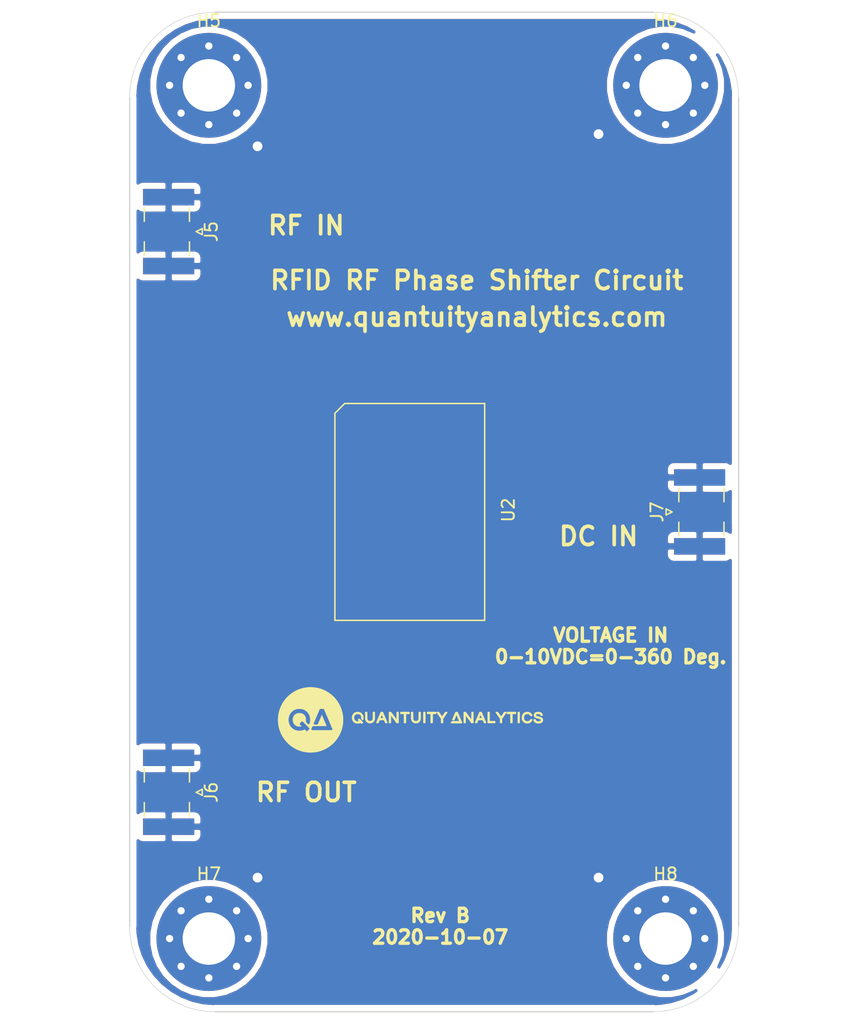
<source format=kicad_pcb>
(kicad_pcb (version 20171130) (host pcbnew "(5.1.6)-1")

  (general
    (thickness 1.6)
    (drawings 15)
    (tracks 24)
    (zones 0)
    (modules 9)
    (nets 5)
  )

  (page A4)
  (title_block
    (title "RFID Frequency Splitter Circuit 915 MHz")
    (date 2020-07-12)
    (rev B)
    (company "Quantuity Anaytics Inc. www.quantuityanalytics.com")
    (comment 1 "Note: Phase shift circuit X 3 PCB")
    (comment 4 "Designed by: Mark Donaldson")
  )

  (layers
    (0 F.Cu signal)
    (1 In1.Cu signal)
    (2 In2.Cu signal)
    (31 B.Cu signal)
    (32 B.Adhes user)
    (33 F.Adhes user)
    (34 B.Paste user)
    (35 F.Paste user)
    (36 B.SilkS user)
    (37 F.SilkS user)
    (38 B.Mask user)
    (39 F.Mask user)
    (40 Dwgs.User user)
    (41 Cmts.User user)
    (42 Eco1.User user)
    (43 Eco2.User user)
    (44 Edge.Cuts user)
    (45 Margin user)
    (46 B.CrtYd user)
    (47 F.CrtYd user)
    (48 B.Fab user)
    (49 F.Fab user)
  )

  (setup
    (last_trace_width 0.25)
    (user_trace_width 0.29337)
    (trace_clearance 0.2)
    (zone_clearance 0.508)
    (zone_45_only no)
    (trace_min 0.2)
    (via_size 0.8)
    (via_drill 0.4)
    (via_min_size 0.4)
    (via_min_drill 0.3)
    (user_via 1 0.8)
    (uvia_size 0.3)
    (uvia_drill 0.1)
    (uvias_allowed no)
    (uvia_min_size 0.2)
    (uvia_min_drill 0.1)
    (edge_width 0.05)
    (segment_width 0.2)
    (pcb_text_width 0.3)
    (pcb_text_size 1.5 1.5)
    (mod_edge_width 0.12)
    (mod_text_size 1 1)
    (mod_text_width 0.15)
    (pad_size 1.524 1.524)
    (pad_drill 0.762)
    (pad_to_mask_clearance 0.05)
    (aux_axis_origin 0 0)
    (visible_elements 7FFFFFFF)
    (pcbplotparams
      (layerselection 0x010fc_ffffffff)
      (usegerberextensions false)
      (usegerberattributes true)
      (usegerberadvancedattributes true)
      (creategerberjobfile true)
      (excludeedgelayer true)
      (linewidth 0.100000)
      (plotframeref false)
      (viasonmask false)
      (mode 1)
      (useauxorigin false)
      (hpglpennumber 1)
      (hpglpenspeed 20)
      (hpglpendiameter 15.000000)
      (psnegative false)
      (psa4output false)
      (plotreference true)
      (plotvalue true)
      (plotinvisibletext false)
      (padsonsilk false)
      (subtractmaskfromsilk false)
      (outputformat 1)
      (mirror false)
      (drillshape 0)
      (scaleselection 1)
      (outputdirectory "gerber_phase_shifter/"))
  )

  (net 0 "")
  (net 1 "Net-(J5-Pad1)")
  (net 2 GND1)
  (net 3 "Net-(J6-Pad1)")
  (net 4 "Net-(J7-Pad1)")

  (net_class Default "This is the default net class."
    (clearance 0.2)
    (trace_width 0.25)
    (via_dia 0.8)
    (via_drill 0.4)
    (uvia_dia 0.3)
    (uvia_drill 0.1)
    (add_net GND1)
    (add_net "Net-(J5-Pad1)")
    (add_net "Net-(J6-Pad1)")
    (add_net "Net-(J7-Pad1)")
  )

  (module Gloria-Yip_RFID_PROJECT:RF_Mini_Circuits_SPHSA-152+Phase_Shifter (layer F.Cu) (tedit 6184BDAA) (tstamp 618522F9)
    (at 150.5 92.5 270)
    (path /5F0CBBD6/618545CE)
    (attr smd)
    (fp_text reference U2 (at -0.16 -8.09 270) (layer F.SilkS)
      (effects (font (size 1 1) (thickness 0.15)))
    )
    (fp_text value RF_Mini_Circuits_SPHSA-152+_Phase_Shifter (at 0 0 90) (layer F.Fab)
      (effects (font (size 1 1) (thickness 0.15)))
    )
    (fp_line (start -8.095 6.15) (end -8.895 5.35) (layer F.SilkS) (width 0.12))
    (fp_line (start -8.895 5.35) (end -8.895 -6.15) (layer F.SilkS) (width 0.12))
    (fp_line (start -8.895 -6.15) (end 8.895 -6.15) (layer F.SilkS) (width 0.12))
    (fp_line (start 8.895 -6.15) (end 8.895 6.15) (layer F.SilkS) (width 0.12))
    (fp_line (start 8.895 6.15) (end -8.095 6.15) (layer F.SilkS) (width 0.12))
    (fp_line (start -8.65 -5.9) (end 8.65 -5.9) (layer F.CrtYd) (width 0.05))
    (fp_line (start 8.65 -5.9) (end 8.65 5.9) (layer F.CrtYd) (width 0.05))
    (fp_line (start 8.65 5.9) (end -8.65 5.9) (layer F.CrtYd) (width 0.05))
    (fp_line (start -8.65 5.9) (end -8.65 -5.9) (layer F.CrtYd) (width 0.05))
    (pad 12 smd rect (at -7.62 -4.85 270) (size 1.55 1.6) (layers F.Cu F.Paste F.Mask)
      (net 4 "Net-(J7-Pad1)"))
    (pad 1 smd rect (at -7.62 4.85 270) (size 1.55 1.6) (layers F.Cu F.Paste F.Mask)
      (net 2 GND1))
    (pad 11 smd rect (at -5.08 -4.85 270) (size 1.55 1.6) (layers F.Cu F.Paste F.Mask)
      (net 2 GND1))
    (pad 2 smd rect (at -5.08 4.85 270) (size 1.55 1.6) (layers F.Cu F.Paste F.Mask)
      (net 1 "Net-(J5-Pad1)"))
    (pad 10 smd rect (at -2.54 -4.85 270) (size 1.55 1.6) (layers F.Cu F.Paste F.Mask)
      (net 2 GND1))
    (pad 3 smd rect (at -2.54 4.85 270) (size 1.55 1.6) (layers F.Cu F.Paste F.Mask)
      (net 2 GND1))
    (pad N/C smd rect (at 0 -4.85 270) (size 1.55 1.6) (layers F.Cu F.Paste F.Mask))
    (pad N/C smd rect (at 0 4.85 270) (size 1.55 1.6) (layers F.Cu F.Paste F.Mask))
    (pad 9 smd rect (at 2.54 -4.85 270) (size 1.55 1.6) (layers F.Cu F.Paste F.Mask)
      (net 2 GND1))
    (pad 4 smd rect (at 2.54 4.85 270) (size 1.55 1.6) (layers F.Cu F.Paste F.Mask)
      (net 2 GND1))
    (pad 8 smd rect (at 5.08 -4.85 270) (size 1.55 1.6) (layers F.Cu F.Paste F.Mask)
      (net 4 "Net-(J7-Pad1)"))
    (pad 5 smd rect (at 5.08 4.85 270) (size 1.55 1.6) (layers F.Cu F.Paste F.Mask)
      (net 3 "Net-(J6-Pad1)"))
    (pad 7 smd rect (at 7.62 -4.85 270) (size 1.55 1.6) (layers F.Cu F.Paste F.Mask)
      (net 2 GND1))
    (pad 6 smd rect (at 7.62 4.85 270) (size 1.55 1.6) (layers F.Cu F.Paste F.Mask)
      (net 2 GND1))
    (model ${KISYS3DMOD}/Package_SON.3dshapes/WSON-14-1EP_4.0x4.0mm_P0.5mm_EP2.6x2.6mm.step
      (at (xyz 0 0 0))
      (scale (xyz 2.5 5.1 4))
      (rotate (xyz 0 0 -90))
    )
  )

  (module Gloria-Yip_RFID_PROJECT:QAI_Logo_7_Silkscreen (layer F.Cu) (tedit 0) (tstamp 618534FF)
    (at 150.5 109.5)
    (fp_text reference G*** (at 0 0) (layer F.SilkS) hide
      (effects (font (size 1.524 1.524) (thickness 0.3)))
    )
    (fp_text value LOGO (at 0.75 0) (layer F.SilkS) hide
      (effects (font (size 1.524 1.524) (thickness 0.3)))
    )
    (fp_poly (pts (xy -8.022135 -2.622584) (xy -7.851493 -2.608634) (xy -7.680198 -2.583902) (xy -7.510898 -2.548695)
      (xy -7.346238 -2.503317) (xy -7.333343 -2.499256) (xy -7.149425 -2.433263) (xy -6.971474 -2.354333)
      (xy -6.800172 -2.26298) (xy -6.636204 -2.15972) (xy -6.480253 -2.045065) (xy -6.333001 -1.919531)
      (xy -6.195134 -1.783631) (xy -6.067333 -1.63788) (xy -5.950283 -1.482792) (xy -5.916544 -1.433285)
      (xy -5.817043 -1.272593) (xy -5.730408 -1.108792) (xy -5.656198 -0.940667) (xy -5.593971 -0.767003)
      (xy -5.543286 -0.586584) (xy -5.5037 -0.398193) (xy -5.477712 -0.224971) (xy -5.474451 -0.189127)
      (xy -5.47188 -0.141564) (xy -5.469999 -0.08506) (xy -5.468809 -0.022394) (xy -5.468309 0.043655)
      (xy -5.4685 0.110309) (xy -5.469382 0.174789) (xy -5.470956 0.234317) (xy -5.473222 0.286113)
      (xy -5.476179 0.327399) (xy -5.477647 0.341086) (xy -5.507705 0.537023) (xy -5.548683 0.724167)
      (xy -5.600992 0.903735) (xy -5.66504 1.076943) (xy -5.741237 1.24501) (xy -5.829994 1.409151)
      (xy -5.846787 1.43746) (xy -5.954682 1.603145) (xy -6.073476 1.759512) (xy -6.202692 1.906112)
      (xy -6.341855 2.042497) (xy -6.490489 2.168221) (xy -6.648118 2.282836) (xy -6.814267 2.385893)
      (xy -6.910084 2.437992) (xy -7.087267 2.521943) (xy -7.267814 2.592219) (xy -7.450994 2.648571)
      (xy -7.636077 2.690754) (xy -7.685315 2.69952) (xy -7.860746 2.723762) (xy -8.032837 2.737283)
      (xy -8.199288 2.739945) (xy -8.299388 2.736038) (xy -8.496322 2.716812) (xy -8.689484 2.683853)
      (xy -8.87828 2.637501) (xy -9.062114 2.578098) (xy -9.240391 2.505986) (xy -9.412516 2.421506)
      (xy -9.577895 2.324999) (xy -9.735931 2.216808) (xy -9.88603 2.097273) (xy -10.027597 1.966737)
      (xy -10.160037 1.82554) (xy -10.282754 1.674024) (xy -10.373421 1.545772) (xy -10.465967 1.398005)
      (xy -10.545939 1.251648) (xy -10.614629 1.103826) (xy -10.67333 0.951661) (xy -10.723335 0.792277)
      (xy -10.740294 0.729343) (xy -10.770862 0.599739) (xy -10.793903 0.47532) (xy -10.809985 0.351579)
      (xy -10.819671 0.22401) (xy -10.823529 0.088107) (xy -10.823643 0.065315) (xy -10.823561 0.052845)
      (xy -9.953101 0.052845) (xy -9.951023 0.127151) (xy -9.945031 0.196543) (xy -9.936043 0.252067)
      (xy -9.907394 0.359662) (xy -9.868705 0.457718) (xy -9.818966 0.548061) (xy -9.757168 0.632516)
      (xy -9.682301 0.712908) (xy -9.679713 0.7154) (xy -9.599758 0.784165) (xy -9.515871 0.840235)
      (xy -9.426768 0.884132) (xy -9.331164 0.916376) (xy -9.227773 0.937488) (xy -9.115311 0.947986)
      (xy -9.104086 0.948451) (xy -9.004353 0.948459) (xy -8.912884 0.94016) (xy -8.825563 0.922818)
      (xy -8.738272 0.895698) (xy -8.680265 0.872762) (xy -8.619301 0.846846) (xy -8.567908 0.903526)
      (xy -8.536624 0.936964) (xy -8.511848 0.960371) (xy -8.491249 0.975228) (xy -8.472496 0.983018)
      (xy -8.453258 0.985222) (xy -8.440573 0.984486) (xy -8.42774 0.982553) (xy -8.416041 0.978581)
      (xy -8.403383 0.970994) (xy -8.387676 0.958216) (xy -8.366828 0.938671) (xy -8.338747 0.910784)
      (xy -8.326863 0.8988) (xy -8.292141 0.862962) (xy -8.267056 0.834839) (xy -8.257941 0.822589)
      (xy -8.091489 0.822589) (xy -8.086651 0.845536) (xy -8.073989 0.870292) (xy -8.057288 0.890294)
      (xy -8.049032 0.896235) (xy -8.044293 0.897872) (xy -8.035924 0.899334) (xy -8.023158 0.900629)
      (xy -8.005228 0.90177) (xy -7.981367 0.902764) (xy -7.950808 0.903622) (xy -7.912784 0.904353)
      (xy -7.866529 0.904968) (xy -7.811274 0.905477) (xy -7.746254 0.905889) (xy -7.6707 0.906214)
      (xy -7.583847 0.906462) (xy -7.484926 0.906643) (xy -7.373172 0.906767) (xy -7.247816 0.906843)
      (xy -7.222311 0.906853) (xy -7.09556 0.906882) (xy -6.982524 0.906867) (xy -6.882406 0.906796)
      (xy -6.794406 0.90666) (xy -6.717727 0.906447) (xy -6.65157 0.906147) (xy -6.595137 0.905748)
      (xy -6.547629 0.905242) (xy -6.508248 0.904616) (xy -6.476195 0.90386) (xy -6.450672 0.902964)
      (xy -6.430881 0.901916) (xy -6.416022 0.900707) (xy -6.405299 0.899325) (xy -6.397911 0.897759)
      (xy -6.393061 0.896) (xy -6.392611 0.895775) (xy -6.37371 0.879552) (xy -6.358375 0.855274)
      (xy -6.350401 0.8294) (xy -6.35 0.823201) (xy -6.352791 0.814788) (xy -6.360882 0.794036)
      (xy -6.373848 0.761941) (xy -6.391266 0.719503) (xy -6.412712 0.667719) (xy -6.437762 0.607588)
      (xy -6.465993 0.540108) (xy -6.496981 0.466276) (xy -6.530302 0.387092) (xy -6.565532 0.303553)
      (xy -6.602248 0.216658) (xy -6.640025 0.127405) (xy -6.678441 0.036791) (xy -6.717071 -0.054184)
      (xy -6.755492 -0.144524) (xy -6.793279 -0.233228) (xy -6.830009 -0.3193) (xy -6.865259 -0.401741)
      (xy -6.898604 -0.479554) (xy -6.929621 -0.551739) (xy -6.957885 -0.617298) (xy -6.982974 -0.675234)
      (xy -7.004464 -0.724548) (xy -7.02193 -0.764243) (xy -7.034949 -0.793319) (xy -7.043098 -0.810778)
      (xy -7.045727 -0.815616) (xy -7.058193 -0.827456) (xy -7.073696 -0.836228) (xy -7.094445 -0.842353)
      (xy -7.122648 -0.846254) (xy -7.160515 -0.848352) (xy -7.210255 -0.84907) (xy -7.220858 -0.849085)
      (xy -7.273131 -0.848569) (xy -7.313103 -0.846739) (xy -7.342956 -0.843179) (xy -7.364875 -0.83747)
      (xy -7.381044 -0.829193) (xy -7.393647 -0.817931) (xy -7.395654 -0.815616) (xy -7.400173 -0.806997)
      (xy -7.409913 -0.786004) (xy -7.424442 -0.753631) (xy -7.443326 -0.710874) (xy -7.466135 -0.658726)
      (xy -7.492435 -0.598181) (xy -7.521795 -0.530235) (xy -7.553782 -0.455881) (xy -7.587963 -0.376114)
      (xy -7.623908 -0.291928) (xy -7.652202 -0.225454) (xy -7.696182 -0.121989) (xy -7.734801 -0.031029)
      (xy -7.768361 0.048284) (xy -7.797161 0.116809) (xy -7.821501 0.175406) (xy -7.841681 0.224933)
      (xy -7.858002 0.26625) (xy -7.870763 0.300217) (xy -7.880265 0.327691) (xy -7.886808 0.349532)
      (xy -7.890692 0.3666) (xy -7.892217 0.379754) (xy -7.891683 0.389852) (xy -7.88939 0.397754)
      (xy -7.885639 0.404319) (xy -7.88073 0.410406) (xy -7.876125 0.415559) (xy -7.862407 0.428256)
      (xy -7.845637 0.437509) (xy -7.823448 0.443812) (xy -7.793477 0.447654) (xy -7.753357 0.449529)
      (xy -7.710715 0.449943) (xy -7.659487 0.44928) (xy -7.620601 0.446968) (xy -7.591928 0.442528)
      (xy -7.571342 0.435478) (xy -7.556718 0.425337) (xy -7.54668 0.412833) (xy -7.541884 0.403026)
      (xy -7.532066 0.381096) (xy -7.517773 0.348324) (xy -7.499552 0.305989) (xy -7.477951 0.255372)
      (xy -7.453516 0.197752) (xy -7.426794 0.134412) (xy -7.398334 0.066629) (xy -7.380327 0.023586)
      (xy -7.351331 -0.045628) (xy -7.323933 -0.110659) (xy -7.29865 -0.170301) (xy -7.276001 -0.223351)
      (xy -7.256504 -0.268602) (xy -7.240676 -0.304851) (xy -7.229037 -0.330893) (xy -7.222103 -0.345523)
      (xy -7.220362 -0.348343) (xy -7.216532 -0.341906) (xy -7.207875 -0.323679) (xy -7.195107 -0.295287)
      (xy -7.178943 -0.258352) (xy -7.160099 -0.2145) (xy -7.139289 -0.165354) (xy -7.130053 -0.143328)
      (xy -7.082476 -0.029537) (xy -7.040202 0.071589) (xy -7.002929 0.160771) (xy -6.970356 0.238734)
      (xy -6.942183 0.3062) (xy -6.918109 0.363891) (xy -6.897833 0.412532) (xy -6.881054 0.452845)
      (xy -6.86747 0.485554) (xy -6.856782 0.51138) (xy -6.848688 0.531048) (xy -6.842888 0.545281)
      (xy -6.83908 0.5548) (xy -6.836963 0.56033) (xy -6.836237 0.562594) (xy -6.836229 0.562682)
      (xy -6.843302 0.563199) (xy -6.863785 0.563738) (xy -6.896574 0.56429) (xy -6.940565 0.564845)
      (xy -6.994653 0.565392) (xy -7.057735 0.565922) (xy -7.128706 0.566424) (xy -7.206462 0.566889)
      (xy -7.289899 0.567308) (xy -7.377913 0.567669) (xy -7.398128 0.567741) (xy -7.501654 0.568104)
      (xy -7.591652 0.56845) (xy -7.669111 0.568805) (xy -7.735017 0.569201) (xy -7.790359 0.569665)
      (xy -7.836123 0.570227) (xy -7.873296 0.570917) (xy -7.902867 0.571764) (xy -7.925822 0.572797)
      (xy -7.943148 0.574044) (xy -7.955833 0.575536) (xy -7.964865 0.577302) (xy -7.97123 0.57937)
      (xy -7.975915 0.58177) (xy -7.979909 0.584532) (xy -7.980514 0.584982) (xy -7.991795 0.596978)
      (xy -8.005232 0.618278) (xy -8.021589 0.650276) (xy -8.04163 0.694368) (xy -8.046132 0.704725)
      (xy -8.061708 0.741566) (xy -8.074987 0.77449) (xy -8.084956 0.80086) (xy -8.090598 0.818039)
      (xy -8.091489 0.822589) (xy -8.257941 0.822589) (xy -8.250415 0.812476) (xy -8.241029 0.79392)
      (xy -8.237707 0.77722) (xy -8.239256 0.760422) (xy -8.240124 0.756557) (xy -8.246722 0.746067)
      (xy -8.263824 0.725634) (xy -8.291394 0.695296) (xy -8.329395 0.65509) (xy -8.377794 0.605053)
      (xy -8.436554 0.545223) (xy -8.50564 0.475637) (xy -8.52223 0.459015) (xy -8.799497 0.181429)
      (xy -8.834317 0.181429) (xy -8.848152 0.181754) (xy -8.859669 0.183752) (xy -8.87116 0.188952)
      (xy -8.884915 0.198885) (xy -8.903225 0.215083) (xy -8.92838 0.239075) (xy -8.945619 0.255815)
      (xy -8.980787 0.290634) (xy -9.006461 0.317875) (xy -9.024049 0.339541) (xy -9.03496 0.357634)
      (xy -9.040601 0.37416) (xy -9.042379 0.39112) (xy -9.0424 0.393539) (xy -9.041322 0.407823)
      (xy -9.037139 0.421616) (xy -9.028431 0.436936) (xy -9.013776 0.455799) (xy -8.991752 0.480225)
      (xy -8.960939 0.512231) (xy -8.953334 0.519986) (xy -8.88808 0.586401) (xy -8.930769 0.595677)
      (xy -8.97108 0.601639) (xy -9.020649 0.604747) (xy -9.074913 0.605101) (xy -9.129311 0.602801)
      (xy -9.179282 0.59795) (xy -9.220264 0.590646) (xy -9.22601 0.589167) (xy -9.303905 0.560653)
      (xy -9.375896 0.519914) (xy -9.440445 0.468397) (xy -9.496012 0.407548) (xy -9.541059 0.338814)
      (xy -9.574047 0.263642) (xy -9.574849 0.261257) (xy -9.594523 0.183797) (xy -9.605021 0.099757)
      (xy -9.606151 0.013959) (xy -9.597716 -0.068774) (xy -9.589769 -0.107822) (xy -9.562765 -0.189371)
      (xy -9.5236 -0.264023) (xy -9.473342 -0.330619) (xy -9.413061 -0.388003) (xy -9.343827 -0.435016)
      (xy -9.266708 -0.470502) (xy -9.249229 -0.476505) (xy -9.199477 -0.488621) (xy -9.140557 -0.496619)
      (xy -9.077284 -0.500264) (xy -9.014472 -0.499326) (xy -8.956939 -0.493571) (xy -8.943445 -0.491259)
      (xy -8.859237 -0.468408) (xy -8.78239 -0.43345) (xy -8.713748 -0.387025) (xy -8.654157 -0.329776)
      (xy -8.604461 -0.262343) (xy -8.578214 -0.214085) (xy -8.557959 -0.166714) (xy -8.542659 -0.118583)
      (xy -8.532006 -0.067296) (xy -8.52569 -0.010461) (xy -8.523401 0.054318) (xy -8.52483 0.129437)
      (xy -8.527302 0.179761) (xy -8.530772 0.239779) (xy -8.435882 0.333975) (xy -8.402388 0.367127)
      (xy -8.377301 0.391416) (xy -8.358743 0.408219) (xy -8.344839 0.418916) (xy -8.33371 0.424885)
      (xy -8.323479 0.427505) (xy -8.31227 0.428155) (xy -8.307625 0.428172) (xy -8.283398 0.425741)
      (xy -8.26309 0.417514) (xy -8.245864 0.402088) (xy -8.230883 0.378061) (xy -8.21731 0.344029)
      (xy -8.20431 0.298591) (xy -8.191046 0.240342) (xy -8.188609 0.2286) (xy -8.182281 0.185801)
      (xy -8.178203 0.132846) (xy -8.176371 0.073919) (xy -8.176783 0.013202) (xy -8.179434 -0.045122)
      (xy -8.184322 -0.096871) (xy -8.188904 -0.126085) (xy -8.21761 -0.23951) (xy -8.258216 -0.344638)
      (xy -8.31079 -0.441578) (xy -8.375399 -0.53044) (xy -8.452111 -0.611331) (xy -8.530601 -0.676696)
      (xy -8.616663 -0.733385) (xy -8.707309 -0.777868) (xy -8.803776 -0.81053) (xy -8.907301 -0.831757)
      (xy -9.019121 -0.841935) (xy -9.064172 -0.842986) (xy -9.167918 -0.839159) (xy -9.263606 -0.825873)
      (xy -9.354735 -0.802451) (xy -9.440227 -0.770213) (xy -9.536221 -0.720811) (xy -9.624464 -0.659685)
      (xy -9.704127 -0.587869) (xy -9.774381 -0.506397) (xy -9.834395 -0.416304) (xy -9.883341 -0.318623)
      (xy -9.920388 -0.214388) (xy -9.935871 -0.1524) (xy -9.945524 -0.091646) (xy -9.951268 -0.02166)
      (xy -9.953101 0.052845) (xy -10.823561 0.052845) (xy -10.823056 -0.023368) (xy -10.820676 -0.101924)
      (xy -10.816159 -0.174667) (xy -10.809164 -0.24591) (xy -10.799351 -0.319969) (xy -10.787016 -0.397394)
      (xy -10.747648 -0.586896) (xy -10.694716 -0.772131) (xy -10.628713 -0.952421) (xy -10.550135 -1.127089)
      (xy -10.459473 -1.295456) (xy -10.357223 -1.456843) (xy -10.243877 -1.610572) (xy -10.11993 -1.755966)
      (xy -9.985874 -1.892346) (xy -9.842204 -2.019034) (xy -9.689414 -2.135352) (xy -9.527997 -2.240621)
      (xy -9.388229 -2.318906) (xy -9.226682 -2.396837) (xy -9.064325 -2.462584) (xy -8.899105 -2.516738)
      (xy -8.728968 -2.559887) (xy -8.551861 -2.592622) (xy -8.365731 -2.615533) (xy -8.350879 -2.616914)
      (xy -8.189479 -2.625446) (xy -8.022135 -2.622584)) (layer F.SilkS) (width 0.01))
    (fp_poly (pts (xy -4.245429 -0.599897) (xy -4.166155 -0.589966) (xy -4.095765 -0.569843) (xy -4.031837 -0.538445)
      (xy -3.971955 -0.494688) (xy -3.936289 -0.461373) (xy -3.886334 -0.403896) (xy -3.848592 -0.343779)
      (xy -3.821887 -0.278397) (xy -3.805045 -0.205125) (xy -3.799059 -0.154801) (xy -3.797774 -0.112571)
      (xy -3.800322 -0.06845) (xy -3.806122 -0.025263) (xy -3.814589 0.014164) (xy -3.825142 0.047004)
      (xy -3.837198 0.070431) (xy -3.847568 0.080515) (xy -3.86286 0.085386) (xy -3.879123 0.082632)
      (xy -3.898531 0.071141) (xy -3.923255 0.049798) (xy -3.94052 0.032837) (xy -3.987582 -0.014717)
      (xy -3.987691 -0.103515) (xy -3.989117 -0.157018) (xy -3.993856 -0.199791) (xy -4.002823 -0.235416)
      (xy -4.016931 -0.267479) (xy -4.037095 -0.299562) (xy -4.038022 -0.300871) (xy -4.077997 -0.34622)
      (xy -4.12525 -0.379658) (xy -4.180385 -0.401445) (xy -4.244005 -0.411839) (xy -4.297371 -0.412328)
      (xy -4.359195 -0.405065) (xy -4.411241 -0.388837) (xy -4.455844 -0.362671) (xy -4.488937 -0.332657)
      (xy -4.525781 -0.283246) (xy -4.55148 -0.227308) (xy -4.566056 -0.16722) (xy -4.56953 -0.10536)
      (xy -4.561921 -0.044108) (xy -4.543251 0.01416) (xy -4.513541 0.067064) (xy -4.485141 0.100683)
      (xy -4.437069 0.138726) (xy -4.381317 0.16461) (xy -4.318382 0.17817) (xy -4.25031 0.179347)
      (xy -4.222982 0.177011) (xy -4.20165 0.17431) (xy -4.190133 0.171751) (xy -4.189283 0.171244)
      (xy -4.191963 0.164461) (xy -4.20279 0.150098) (xy -4.219663 0.130853) (xy -4.22613 0.123964)
      (xy -4.24695 0.100206) (xy -4.261329 0.079874) (xy -4.267165 0.065974) (xy -4.2672 0.065225)
      (xy -4.262241 0.053184) (xy -4.249241 0.03461) (xy -4.231013 0.012601) (xy -4.210372 -0.009742)
      (xy -4.190133 -0.029319) (xy -4.173109 -0.043031) (xy -4.164984 -0.047367) (xy -4.155783 -0.04862)
      (xy -4.145023 -0.046156) (xy -4.131548 -0.039024) (xy -4.114198 -0.026273) (xy -4.091816 -0.006952)
      (xy -4.063245 0.019889) (xy -4.027327 0.055201) (xy -3.982904 0.099935) (xy -3.971472 0.111545)
      (xy -3.925334 0.158884) (xy -3.889167 0.196996) (xy -3.862352 0.226583) (xy -3.844274 0.248346)
      (xy -3.834315 0.262987) (xy -3.831772 0.270313) (xy -3.837091 0.284066) (xy -3.851081 0.303573)
      (xy -3.870788 0.325894) (xy -3.893256 0.348092) (xy -3.915534 0.367229) (xy -3.934666 0.380365)
      (xy -3.946688 0.384629) (xy -3.961491 0.37936) (xy -3.982623 0.364846) (xy -4.002337 0.34768)
      (xy -4.041405 0.310732) (xy -4.089061 0.329797) (xy -4.121075 0.341214) (xy -4.155242 0.351278)
      (xy -4.178373 0.356628) (xy -4.216694 0.360978) (xy -4.263575 0.362115) (xy -4.314205 0.360312)
      (xy -4.363776 0.355839) (xy -4.407475 0.348968) (xy -4.434115 0.342208) (xy -4.505423 0.311734)
      (xy -4.57106 0.269068) (xy -4.629251 0.216001) (xy -4.678224 0.15432) (xy -4.716204 0.085817)
      (xy -4.733705 0.039915) (xy -4.740272 0.017063) (xy -4.744802 -0.005192) (xy -4.747642 -0.030337)
      (xy -4.74914 -0.061858) (xy -4.749644 -0.103242) (xy -4.749652 -0.119743) (xy -4.74939 -0.163181)
      (xy -4.748453 -0.195636) (xy -4.746407 -0.220637) (xy -4.74282 -0.241711) (xy -4.737261 -0.262387)
      (xy -4.729295 -0.286195) (xy -4.72923 -0.28638) (xy -4.695571 -0.361523) (xy -4.651028 -0.427808)
      (xy -4.596752 -0.484489) (xy -4.533895 -0.53082) (xy -4.46361 -0.566054) (xy -4.387047 -0.589445)
      (xy -4.305359 -0.600247) (xy -4.245429 -0.599897)) (layer F.SilkS) (width 0.01))
    (fp_poly (pts (xy 9.741759 -0.592206) (xy 9.816869 -0.571075) (xy 9.882256 -0.540193) (xy 9.929205 -0.506432)
      (xy 9.974435 -0.462044) (xy 10.014534 -0.410819) (xy 10.044205 -0.360413) (xy 10.058629 -0.330729)
      (xy 10.067211 -0.310811) (xy 10.070736 -0.297513) (xy 10.069992 -0.287688) (xy 10.065765 -0.27819)
      (xy 10.06508 -0.276956) (xy 10.059629 -0.268355) (xy 10.052861 -0.262685) (xy 10.041826 -0.259227)
      (xy 10.023574 -0.257264) (xy 9.995156 -0.256075) (xy 9.977322 -0.255577) (xy 9.900396 -0.253526)
      (xy 9.878542 -0.291863) (xy 9.846718 -0.337373) (xy 9.807671 -0.37289) (xy 9.768114 -0.396825)
      (xy 9.748212 -0.406359) (xy 9.730767 -0.412301) (xy 9.711366 -0.415416) (xy 9.685601 -0.416466)
      (xy 9.655628 -0.41631) (xy 9.599699 -0.413127) (xy 9.554226 -0.404404) (xy 9.515792 -0.388863)
      (xy 9.48098 -0.36523) (xy 9.455252 -0.341488) (xy 9.426919 -0.309775) (xy 9.406435 -0.278714)
      (xy 9.392683 -0.245048) (xy 9.384545 -0.20552) (xy 9.380905 -0.156874) (xy 9.380413 -0.123371)
      (xy 9.381997 -0.067649) (xy 9.387481 -0.022965) (xy 9.397968 0.013882) (xy 9.414559 0.046096)
      (xy 9.438355 0.076878) (xy 9.45548 0.094928) (xy 9.49646 0.128804) (xy 9.54185 0.151822)
      (xy 9.594134 0.164878) (xy 9.655798 0.168867) (xy 9.660526 0.16883) (xy 9.721384 0.163032)
      (xy 9.772903 0.146726) (xy 9.81648 0.119172) (xy 9.853513 0.079627) (xy 9.867607 0.059016)
      (xy 9.88258 0.03648) (xy 9.896191 0.018248) (xy 9.904642 0.009072) (xy 9.918738 0.00409)
      (xy 9.9448 0.000966) (xy 9.976659 0) (xy 10.007259 0.000416) (xy 10.02723 0.002249)
      (xy 10.040448 0.006381) (xy 10.05079 0.013691) (xy 10.055101 0.017813) (xy 10.06723 0.032736)
      (xy 10.072864 0.045174) (xy 10.072914 0.046001) (xy 10.069813 0.056765) (xy 10.061506 0.076904)
      (xy 10.049487 0.102919) (xy 10.042733 0.116677) (xy 10.002716 0.180852) (xy 9.951721 0.236982)
      (xy 9.891734 0.283459) (xy 9.824741 0.318677) (xy 9.770564 0.336873) (xy 9.739874 0.342929)
      (xy 9.701463 0.347855) (xy 9.660187 0.351296) (xy 9.620901 0.352902) (xy 9.588464 0.352318)
      (xy 9.5758 0.351015) (xy 9.497808 0.331929) (xy 9.426163 0.30033) (xy 9.362 0.257254)
      (xy 9.306454 0.203735) (xy 9.260663 0.140809) (xy 9.225761 0.06951) (xy 9.208808 0.016695)
      (xy 9.200548 -0.027256) (xy 9.195576 -0.079293) (xy 9.193952 -0.134567) (xy 9.195732 -0.18823)
      (xy 9.200974 -0.235437) (xy 9.205542 -0.257628) (xy 9.230369 -0.329413) (xy 9.266036 -0.396452)
      (xy 9.31084 -0.456543) (xy 9.363079 -0.507484) (xy 9.421053 -0.547072) (xy 9.434622 -0.554145)
      (xy 9.507338 -0.582206) (xy 9.584457 -0.597851) (xy 9.663443 -0.601158) (xy 9.741759 -0.592206)) (layer F.SilkS) (width 0.01))
    (fp_poly (pts (xy 10.616496 -0.594899) (xy 10.680845 -0.585) (xy 10.736132 -0.567731) (xy 10.784441 -0.542391)
      (xy 10.827854 -0.508282) (xy 10.838295 -0.498194) (xy 10.876094 -0.452707) (xy 10.901429 -0.403366)
      (xy 10.915212 -0.352756) (xy 10.919091 -0.327081) (xy 10.91875 -0.310303) (xy 10.913863 -0.297335)
      (xy 10.911417 -0.293358) (xy 10.905271 -0.285318) (xy 10.897493 -0.280191) (xy 10.884976 -0.277327)
      (xy 10.864612 -0.276072) (xy 10.833293 -0.275774) (xy 10.827657 -0.275771) (xy 10.794394 -0.276011)
      (xy 10.772589 -0.277134) (xy 10.759189 -0.279744) (xy 10.75114 -0.284448) (xy 10.745388 -0.291849)
      (xy 10.74523 -0.2921) (xy 10.735339 -0.312704) (xy 10.730706 -0.327206) (xy 10.715958 -0.360192)
      (xy 10.688674 -0.386048) (xy 10.64901 -0.404691) (xy 10.59712 -0.416038) (xy 10.559438 -0.419346)
      (xy 10.495446 -0.418592) (xy 10.443302 -0.409605) (xy 10.403054 -0.392398) (xy 10.383474 -0.376991)
      (xy 10.369492 -0.360127) (xy 10.364345 -0.343018) (xy 10.36459 -0.325075) (xy 10.366489 -0.311537)
      (xy 10.370946 -0.299764) (xy 10.379287 -0.289159) (xy 10.392841 -0.279125) (xy 10.412934 -0.269065)
      (xy 10.440893 -0.258382) (xy 10.478047 -0.246478) (xy 10.525721 -0.232756) (xy 10.585245 -0.216619)
      (xy 10.634583 -0.20359) (xy 10.695641 -0.186635) (xy 10.744908 -0.170595) (xy 10.784957 -0.15432)
      (xy 10.818363 -0.136658) (xy 10.847701 -0.116456) (xy 10.868689 -0.09885) (xy 10.901999 -0.063238)
      (xy 10.924022 -0.025044) (xy 10.936149 0.019089) (xy 10.939772 0.072516) (xy 10.939772 0.072572)
      (xy 10.938828 0.107094) (xy 10.935447 0.133219) (xy 10.928448 0.157012) (xy 10.918971 0.179501)
      (xy 10.892734 0.223234) (xy 10.857124 0.263151) (xy 10.816445 0.294723) (xy 10.801473 0.303132)
      (xy 10.74045 0.327323) (xy 10.670374 0.344024) (xy 10.594898 0.352757) (xy 10.517679 0.353047)
      (xy 10.461394 0.34752) (xy 10.385777 0.330624) (xy 10.320123 0.303572) (xy 10.264749 0.266645)
      (xy 10.219972 0.220122) (xy 10.186109 0.164285) (xy 10.163478 0.099413) (xy 10.15935 0.080466)
      (xy 10.15478 0.055305) (xy 10.153717 0.039995) (xy 10.156907 0.030136) (xy 10.165094 0.021332)
      (xy 10.170114 0.016966) (xy 10.181746 0.00846) (xy 10.194914 0.003357) (xy 10.213596 0.000823)
      (xy 10.241768 0.000026) (xy 10.251119 0) (xy 10.288031 0.00132) (xy 10.313202 0.006346)
      (xy 10.329251 0.01668) (xy 10.338797 0.033921) (xy 10.344008 0.056764) (xy 10.356687 0.091451)
      (xy 10.382156 0.122342) (xy 10.418835 0.147671) (xy 10.430275 0.153245) (xy 10.447911 0.160498)
      (xy 10.465035 0.165391) (xy 10.485117 0.168375) (xy 10.511627 0.169898) (xy 10.548035 0.170413)
      (xy 10.562771 0.170437) (xy 10.603163 0.170159) (xy 10.632522 0.169023) (xy 10.654323 0.166576)
      (xy 10.672044 0.162364) (xy 10.689159 0.155936) (xy 10.695521 0.153136) (xy 10.718647 0.140965)
      (xy 10.737206 0.128096) (xy 10.744507 0.120731) (xy 10.752704 0.100299) (xy 10.75498 0.075053)
      (xy 10.751497 0.051046) (xy 10.742416 0.03433) (xy 10.742189 0.034121) (xy 10.720095 0.019213)
      (xy 10.685243 0.003088) (xy 10.637178 -0.014425) (xy 10.575448 -0.033498) (xy 10.530114 -0.046181)
      (xy 10.469179 -0.063042) (xy 10.420148 -0.077529) (xy 10.380771 -0.090486) (xy 10.3488 -0.102755)
      (xy 10.321984 -0.11518) (xy 10.298075 -0.128604) (xy 10.281261 -0.139453) (xy 10.23767 -0.174896)
      (xy 10.207291 -0.214217) (xy 10.189218 -0.259296) (xy 10.182545 -0.312015) (xy 10.18327 -0.342932)
      (xy 10.191272 -0.396487) (xy 10.208938 -0.442592) (xy 10.23816 -0.485548) (xy 10.253823 -0.503144)
      (xy 10.290367 -0.536522) (xy 10.330297 -0.561878) (xy 10.375842 -0.579949) (xy 10.429232 -0.591472)
      (xy 10.492696 -0.597184) (xy 10.541 -0.59813) (xy 10.616496 -0.594899)) (layer F.SilkS) (width 0.01))
    (fp_poly (pts (xy -3.521991 -0.601718) (xy -3.510819 -0.597866) (xy -3.502237 -0.590089) (xy -3.495877 -0.577124)
      (xy -3.491372 -0.55771) (xy -3.488354 -0.530583) (xy -3.486454 -0.494482) (xy -3.485305 -0.448145)
      (xy -3.48454 -0.390309) (xy -3.483789 -0.319712) (xy -3.483429 -0.289066) (xy -3.482489 -0.215875)
      (xy -3.481602 -0.155724) (xy -3.480681 -0.107138) (xy -3.479642 -0.068645) (xy -3.4784 -0.038771)
      (xy -3.47687 -0.016041) (xy -3.474965 0.001018) (xy -3.472602 0.013879) (xy -3.469694 0.024017)
      (xy -3.466157 0.032906) (xy -3.46462 0.036286) (xy -3.43564 0.084089) (xy -3.398552 0.119932)
      (xy -3.353023 0.144038) (xy -3.29872 0.156631) (xy -3.283281 0.158037) (xy -3.222491 0.156146)
      (xy -3.169501 0.142343) (xy -3.124957 0.117124) (xy -3.089504 0.080983) (xy -3.063789 0.034416)
      (xy -3.048471 -0.02199) (xy -3.046605 -0.04085) (xy -3.044913 -0.072247) (xy -3.043446 -0.114207)
      (xy -3.042254 -0.164754) (xy -3.041386 -0.221911) (xy -3.040893 -0.283704) (xy -3.040798 -0.323632)
      (xy -3.040876 -0.394714) (xy -3.040856 -0.452627) (xy -3.040308 -0.498711) (xy -3.038801 -0.534308)
      (xy -3.035904 -0.560758) (xy -3.031186 -0.579403) (xy -3.024217 -0.591583) (xy -3.014566 -0.598639)
      (xy -3.001802 -0.601912) (xy -2.985495 -0.602744) (xy -2.965213 -0.602475) (xy -2.951272 -0.602343)
      (xy -2.928691 -0.602627) (xy -2.910124 -0.602621) (xy -2.895181 -0.601038) (xy -2.883473 -0.596592)
      (xy -2.874609 -0.587995) (xy -2.868199 -0.573961) (xy -2.863854 -0.553203) (xy -2.861182 -0.524434)
      (xy -2.859795 -0.486367) (xy -2.859302 -0.437715) (xy -2.859313 -0.377191) (xy -2.859438 -0.303509)
      (xy -2.859441 -0.299357) (xy -2.859597 -0.219986) (xy -2.86011 -0.153481) (xy -2.861165 -0.098194)
      (xy -2.862945 -0.052478) (xy -2.865636 -0.014685) (xy -2.869422 0.016832) (xy -2.874488 0.043721)
      (xy -2.881018 0.067629) (xy -2.889197 0.090203) (xy -2.89921 0.113092) (xy -2.907627 0.130629)
      (xy -2.945564 0.191821) (xy -2.994292 0.244348) (xy -3.052024 0.28679) (xy -3.116977 0.317727)
      (xy -3.158597 0.33016) (xy -3.199731 0.336791) (xy -3.248034 0.339865) (xy -3.297937 0.339397)
      (xy -3.343873 0.335403) (xy -3.374572 0.329536) (xy -3.432025 0.309888) (xy -3.482357 0.282358)
      (xy -3.530127 0.244276) (xy -3.545886 0.229156) (xy -3.57836 0.194543) (xy -3.603032 0.161908)
      (xy -3.623163 0.126136) (xy -3.642014 0.082113) (xy -3.645522 0.072921) (xy -3.64925 0.062365)
      (xy -3.652333 0.051363) (xy -3.654847 0.038442) (xy -3.656867 0.022127) (xy -3.658469 0.000944)
      (xy -3.659728 -0.02658) (xy -3.66072 -0.061919) (xy -3.661521 -0.106548) (xy -3.662206 -0.16194)
      (xy -3.662851 -0.22957) (xy -3.663212 -0.272081) (xy -3.665741 -0.576819) (xy -3.649981 -0.589581)
      (xy -3.637614 -0.596481) (xy -3.619314 -0.600485) (xy -3.591623 -0.602178) (xy -3.574726 -0.602343)
      (xy -3.553577 -0.602694) (xy -3.536121 -0.602906) (xy -3.521991 -0.601718)) (layer F.SilkS) (width 0.01))
    (fp_poly (pts (xy 0.809223 -0.602378) (xy 0.815617 -0.602343) (xy 0.852474 -0.601088) (xy 0.877299 -0.597098)
      (xy 0.891013 -0.591045) (xy 0.907143 -0.579748) (xy 0.907143 -0.294663) (xy 0.907092 -0.221674)
      (xy 0.906894 -0.161572) (xy 0.906481 -0.112734) (xy 0.905784 -0.073533) (xy 0.904735 -0.042344)
      (xy 0.903265 -0.017541) (xy 0.901307 0.002501) (xy 0.898791 0.019408) (xy 0.895649 0.034805)
      (xy 0.892787 0.046552) (xy 0.875815 0.100718) (xy 0.853633 0.146828) (xy 0.823459 0.18971)
      (xy 0.787524 0.229177) (xy 0.741529 0.270149) (xy 0.694484 0.299866) (xy 0.641507 0.321076)
      (xy 0.608321 0.330052) (xy 0.563458 0.337133) (xy 0.511386 0.339923) (xy 0.458437 0.338428)
      (xy 0.410943 0.332655) (xy 0.397558 0.329816) (xy 0.334431 0.307627) (xy 0.27466 0.273515)
      (xy 0.221042 0.229708) (xy 0.176372 0.178433) (xy 0.14752 0.130629) (xy 0.136571 0.10705)
      (xy 0.127494 0.084177) (xy 0.120119 0.06039) (xy 0.114271 0.034067) (xy 0.10978 0.003586)
      (xy 0.106471 -0.032672) (xy 0.104174 -0.076329) (xy 0.102715 -0.129007) (xy 0.101921 -0.192326)
      (xy 0.10162 -0.267907) (xy 0.1016 -0.300865) (xy 0.101511 -0.375057) (xy 0.101509 -0.436028)
      (xy 0.101994 -0.485068) (xy 0.103365 -0.523466) (xy 0.10602 -0.552512) (xy 0.110358 -0.573497)
      (xy 0.116778 -0.58771) (xy 0.125678 -0.596442) (xy 0.137458 -0.600981) (xy 0.152517 -0.602617)
      (xy 0.171252 -0.602641) (xy 0.194064 -0.602343) (xy 0.194818 -0.602343) (xy 0.227646 -0.601785)
      (xy 0.24916 -0.599756) (xy 0.262528 -0.595725) (xy 0.27049 -0.589643) (xy 0.273432 -0.584888)
      (xy 0.275871 -0.576832) (xy 0.27787 -0.564126) (xy 0.279491 -0.545423) (xy 0.280796 -0.519373)
      (xy 0.281849 -0.484628) (xy 0.28271 -0.439839) (xy 0.283443 -0.383659) (xy 0.284109 -0.314739)
      (xy 0.284315 -0.290112) (xy 0.286657 -0.003282) (xy 0.310471 0.045071) (xy 0.340224 0.091263)
      (xy 0.378117 0.125479) (xy 0.424224 0.147756) (xy 0.478615 0.158134) (xy 0.518296 0.158525)
      (xy 0.573239 0.14958) (xy 0.622265 0.129403) (xy 0.663489 0.099307) (xy 0.695028 0.060605)
      (xy 0.712327 0.023403) (xy 0.71495 0.009962) (xy 0.717204 -0.013865) (xy 0.719117 -0.048796)
      (xy 0.720714 -0.09555) (xy 0.722021 -0.154846) (xy 0.723064 -0.227402) (xy 0.723683 -0.290285)
      (xy 0.724225 -0.365899) (xy 0.72472 -0.428271) (xy 0.725542 -0.478668) (xy 0.727064 -0.518357)
      (xy 0.729659 -0.548604) (xy 0.733701 -0.570677) (xy 0.739562 -0.585841) (xy 0.747616 -0.595365)
      (xy 0.758236 -0.600513) (xy 0.771795 -0.602554) (xy 0.788667 -0.602753) (xy 0.809223 -0.602378)) (layer F.SilkS) (width 0.01))
    (fp_poly (pts (xy 3.882082 -0.601805) (xy 3.908329 -0.597896) (xy 3.925364 -0.591872) (xy 3.9281 -0.589643)
      (xy 3.933411 -0.58025) (xy 3.943632 -0.558878) (xy 3.95818 -0.526908) (xy 3.97647 -0.485722)
      (xy 3.99792 -0.436702) (xy 4.021945 -0.381232) (xy 4.047964 -0.320692) (xy 4.075391 -0.256466)
      (xy 4.103644 -0.189935) (xy 4.132139 -0.122481) (xy 4.160293 -0.055488) (xy 4.187522 0.009663)
      (xy 4.213243 0.07159) (xy 4.236872 0.128911) (xy 4.257827 0.180242) (xy 4.275522 0.224203)
      (xy 4.289376 0.25941) (xy 4.298804 0.284482) (xy 4.303223 0.298036) (xy 4.303485 0.299659)
      (xy 4.303578 0.308003) (xy 4.303158 0.315146) (xy 4.301181 0.32118) (xy 4.2966 0.3262)
      (xy 4.288372 0.330298) (xy 4.275451 0.333567) (xy 4.256791 0.336102) (xy 4.231347 0.337994)
      (xy 4.198073 0.339338) (xy 4.155925 0.340226) (xy 4.103858 0.340752) (xy 4.040825 0.341009)
      (xy 3.965781 0.34109) (xy 3.877682 0.341089) (xy 3.839028 0.341086) (xy 3.747059 0.341054)
      (xy 3.668529 0.34094) (xy 3.602361 0.340717) (xy 3.54748 0.340359) (xy 3.50281 0.339837)
      (xy 3.467275 0.339124) (xy 3.439798 0.338195) (xy 3.419306 0.337021) (xy 3.404721 0.335576)
      (xy 3.394967 0.333832) (xy 3.38897 0.331763) (xy 3.385975 0.329682) (xy 3.376934 0.313572)
      (xy 3.374571 0.300255) (xy 3.37763 0.283133) (xy 3.385597 0.258444) (xy 3.396661 0.230438)
      (xy 3.409008 0.203364) (xy 3.420828 0.181473) (xy 3.430307 0.169012) (xy 3.430666 0.168729)
      (xy 3.437295 0.166362) (xy 3.451053 0.164408) (xy 3.472989 0.162837) (xy 3.504151 0.161618)
      (xy 3.54559 0.16072) (xy 3.598354 0.160115) (xy 3.663493 0.159771) (xy 3.742057 0.159657)
      (xy 4.047917 0.159657) (xy 3.945287 -0.086904) (xy 3.921876 -0.14292) (xy 3.900147 -0.194475)
      (xy 3.880738 -0.240088) (xy 3.864287 -0.278277) (xy 3.851434 -0.307561) (xy 3.842816 -0.326459)
      (xy 3.839071 -0.333488) (xy 3.839028 -0.333501) (xy 3.835441 -0.327073) (xy 3.827084 -0.308887)
      (xy 3.814681 -0.280619) (xy 3.798956 -0.243947) (xy 3.780634 -0.200545) (xy 3.760439 -0.152091)
      (xy 3.755571 -0.140325) (xy 3.734497 -0.089652) (xy 3.714622 -0.042486) (xy 3.696777 -0.000754)
      (xy 3.681794 0.033619) (xy 3.670505 0.058707) (xy 3.663743 0.072585) (xy 3.663149 0.073615)
      (xy 3.65694 0.083021) (xy 3.650032 0.089039) (xy 3.639314 0.092425) (xy 3.621671 0.093937)
      (xy 3.593993 0.09433) (xy 3.577878 0.094343) (xy 3.543604 0.093981) (xy 3.52063 0.092541)
      (xy 3.505749 0.089488) (xy 3.495757 0.084289) (xy 3.490685 0.079829) (xy 3.479859 0.064652)
      (xy 3.476171 0.052358) (xy 3.478974 0.042788) (xy 3.486921 0.021557) (xy 3.499316 -0.009704)
      (xy 3.515465 -0.049367) (xy 3.534671 -0.095804) (xy 3.55624 -0.147387) (xy 3.579478 -0.202486)
      (xy 3.603688 -0.259473) (xy 3.628176 -0.316719) (xy 3.652247 -0.372597) (xy 3.675206 -0.425476)
      (xy 3.696356 -0.473729) (xy 3.715005 -0.515727) (xy 3.730456 -0.549841) (xy 3.742014 -0.574443)
      (xy 3.748984 -0.587904) (xy 3.750176 -0.589643) (xy 3.763552 -0.596304) (xy 3.787359 -0.60085)
      (xy 3.817669 -0.603283) (xy 3.850552 -0.603601) (xy 3.882082 -0.601805)) (layer F.SilkS) (width 0.01))
    (fp_poly (pts (xy -2.256265 -0.601335) (xy -2.227368 -0.598395) (xy -2.211635 -0.593647) (xy -2.211086 -0.593271)
      (xy -2.206169 -0.58516) (xy -2.196276 -0.565018) (xy -2.181994 -0.534218) (xy -2.163908 -0.494135)
      (xy -2.142605 -0.446143) (xy -2.118673 -0.391616) (xy -2.092696 -0.331929) (xy -2.065262 -0.268455)
      (xy -2.036957 -0.202569) (xy -2.008368 -0.135646) (xy -1.980081 -0.069059) (xy -1.952683 -0.004183)
      (xy -1.926761 0.057608) (xy -1.9029 0.11494) (xy -1.881687 0.166438) (xy -1.863709 0.210729)
      (xy -1.849552 0.246438) (xy -1.839802 0.27219) (xy -1.835048 0.286613) (xy -1.834672 0.288712)
      (xy -1.839107 0.30681) (xy -1.847161 0.319555) (xy -1.855382 0.326459) (xy -1.867018 0.330739)
      (xy -1.885366 0.332983) (xy -1.913724 0.333782) (xy -1.927093 0.333829) (xy -1.961361 0.333243)
      (xy -1.984357 0.331151) (xy -1.999288 0.327054) (xy -2.008608 0.321129) (xy -2.016226 0.310308)
      (xy -2.027941 0.288583) (xy -2.042486 0.258532) (xy -2.058593 0.222737) (xy -2.069283 0.197649)
      (xy -2.115457 0.086869) (xy -2.477319 0.090715) (xy -2.522303 0.198624) (xy -2.538387 0.236335)
      (xy -2.553454 0.270075) (xy -2.566272 0.297201) (xy -2.575608 0.315067) (xy -2.578973 0.320181)
      (xy -2.586648 0.326715) (xy -2.598187 0.330804) (xy -2.616737 0.332981) (xy -2.645443 0.333777)
      (xy -2.659672 0.333829) (xy -2.693076 0.333423) (xy -2.715297 0.331821) (xy -2.729656 0.328445)
      (xy -2.739472 0.32272) (xy -2.7432 0.319315) (xy -2.754019 0.304237) (xy -2.757715 0.292094)
      (xy -2.75492 0.282802) (xy -2.746926 0.261579) (xy -2.73432 0.229806) (xy -2.71769 0.188862)
      (xy -2.697621 0.140128) (xy -2.674701 0.084984) (xy -2.649517 0.02481) (xy -2.622654 -0.039012)
      (xy -2.602322 -0.087085) (xy -2.401359 -0.087085) (xy -2.296508 -0.087085) (xy -2.259375 -0.087323)
      (xy -2.228022 -0.087976) (xy -2.205007 -0.088955) (xy -2.192885 -0.090173) (xy -2.191657 -0.090729)
      (xy -2.194324 -0.098296) (xy -2.201714 -0.116978) (xy -2.21291 -0.144517) (xy -2.226996 -0.178655)
      (xy -2.239503 -0.208658) (xy -2.255552 -0.247006) (xy -2.269807 -0.281094) (xy -2.281252 -0.30849)
      (xy -2.288872 -0.326763) (xy -2.29147 -0.33303) (xy -2.296242 -0.333676) (xy -2.30381 -0.321642)
      (xy -2.308332 -0.311258) (xy -2.315852 -0.292751) (xy -2.327522 -0.264387) (xy -2.341883 -0.229696)
      (xy -2.357475 -0.192209) (xy -2.361216 -0.183243) (xy -2.401359 -0.087085) (xy -2.602322 -0.087085)
      (xy -2.594701 -0.105104) (xy -2.566244 -0.172084) (xy -2.53787 -0.238572) (xy -2.510166 -0.303188)
      (xy -2.483718 -0.364552) (xy -2.459114 -0.421284) (xy -2.436939 -0.472002) (xy -2.417782 -0.515327)
      (xy -2.402229 -0.549878) (xy -2.390866 -0.574276) (xy -2.384281 -0.587139) (xy -2.383297 -0.588574)
      (xy -2.375565 -0.594973) (xy -2.364301 -0.599056) (xy -2.346444 -0.601312) (xy -2.318934 -0.60223)
      (xy -2.297148 -0.602343) (xy -2.256265 -0.601335)) (layer F.SilkS) (width 0.01))
    (fp_poly (pts (xy -1.005732 -0.602469) (xy -0.993967 -0.602343) (xy -0.961778 -0.601798) (xy -0.940765 -0.599773)
      (xy -0.92762 -0.595681) (xy -0.919154 -0.589071) (xy -0.916667 -0.585321) (xy -0.914545 -0.579265)
      (xy -0.912761 -0.569813) (xy -0.911285 -0.555876) (xy -0.910089 -0.536365) (xy -0.909144 -0.510189)
      (xy -0.908422 -0.47626) (xy -0.907893 -0.433486) (xy -0.90753 -0.380779) (xy -0.907303 -0.31705)
      (xy -0.907184 -0.241207) (xy -0.907144 -0.152162) (xy -0.907143 -0.132283) (xy -0.907143 0.311234)
      (xy -0.923272 0.322532) (xy -0.937284 0.328637) (xy -0.959731 0.332257) (xy -0.9932 0.333745)
      (xy -1.006325 0.333829) (xy -1.03891 0.333444) (xy -1.060576 0.331826) (xy -1.074912 0.328284)
      (xy -1.085502 0.322125) (xy -1.09089 0.3175) (xy -1.098557 0.308512) (xy -1.113824 0.288954)
      (xy -1.135798 0.260025) (xy -1.163584 0.222926) (xy -1.196291 0.178855) (xy -1.233024 0.129013)
      (xy -1.27289 0.074599) (xy -1.314996 0.016812) (xy -1.321709 0.00757) (xy -1.534886 -0.286032)
      (xy -1.538515 0.013603) (xy -1.539437 0.087499) (xy -1.540294 0.148229) (xy -1.541163 0.197139)
      (xy -1.542122 0.235579) (xy -1.543247 0.264894) (xy -1.544615 0.286433) (xy -1.546304 0.301543)
      (xy -1.54839 0.311571) (xy -1.55095 0.317864) (xy -1.554062 0.321771) (xy -1.55623 0.323533)
      (xy -1.572714 0.329648) (xy -1.598751 0.333205) (xy -1.629613 0.334237) (xy -1.660571 0.332774)
      (xy -1.686897 0.32885) (xy -1.703814 0.322532) (xy -1.719943 0.311234) (xy -1.719943 -0.579748)
      (xy -1.703814 -0.591045) (xy -1.688807 -0.596316) (xy -1.663785 -0.600104) (xy -1.633188 -0.602275)
      (xy -1.601452 -0.602697) (xy -1.573015 -0.601236) (xy -1.552314 -0.597762) (xy -1.547109 -0.595733)
      (xy -1.540548 -0.588744) (xy -1.52629 -0.571156) (xy -1.50519 -0.544096) (xy -1.478105 -0.508692)
      (xy -1.445888 -0.46607) (xy -1.409396 -0.417358) (xy -1.369484 -0.363684) (xy -1.327007 -0.306175)
      (xy -1.313543 -0.287869) (xy -1.0922 0.013385) (xy -1.088572 -0.284183) (xy -1.087745 -0.360657)
      (xy -1.087054 -0.423878) (xy -1.086127 -0.475096) (xy -1.084591 -0.515563) (xy -1.082074 -0.546532)
      (xy -1.078204 -0.569253) (xy -1.072609 -0.584978) (xy -1.064917 -0.594958) (xy -1.054756 -0.600446)
      (xy -1.041752 -0.602693) (xy -1.025535 -0.60295) (xy -1.005732 -0.602469)) (layer F.SilkS) (width 0.01))
    (fp_poly (pts (xy -0.463818 -0.602401) (xy -0.396033 -0.602343) (xy -0.313692 -0.602301) (xy -0.244668 -0.60215)
      (xy -0.18776 -0.601854) (xy -0.141773 -0.601375) (xy -0.105506 -0.600677) (xy -0.077763 -0.599723)
      (xy -0.057345 -0.598475) (xy -0.043053 -0.596898) (xy -0.033689 -0.594954) (xy -0.028056 -0.592606)
      (xy -0.02593 -0.590949) (xy -0.015422 -0.576029) (xy -0.009454 -0.555208) (xy -0.007505 -0.525548)
      (xy -0.008541 -0.49259) (xy -0.010059 -0.469227) (xy -0.012843 -0.451587) (xy -0.018723 -0.438866)
      (xy -0.029534 -0.43026) (xy -0.047105 -0.424966) (xy -0.073271 -0.422179) (xy -0.109864 -0.421096)
      (xy -0.158714 -0.420913) (xy -0.17193 -0.420914) (xy -0.3048 -0.420914) (xy -0.3048 -0.058057)
      (xy -0.304714 0.027573) (xy -0.304625 0.099819) (xy -0.304791 0.159812) (xy -0.305467 0.208679)
      (xy -0.306912 0.247551) (xy -0.309382 0.277555) (xy -0.313132 0.29982) (xy -0.318421 0.315477)
      (xy -0.325504 0.325653) (xy -0.334638 0.331477) (xy -0.34608 0.334079) (xy -0.360087 0.334588)
      (xy -0.376915 0.334132) (xy -0.3939 0.333829) (xy -0.430782 0.332623) (xy -0.455673 0.328776)
      (xy -0.4701 0.322532) (xy -0.486229 0.311234) (xy -0.486229 -0.420914) (xy -0.623703 -0.420914)
      (xy -0.675803 -0.420956) (xy -0.715172 -0.421765) (xy -0.743591 -0.424369) (xy -0.762842 -0.429797)
      (xy -0.774706 -0.439074) (xy -0.780965 -0.453229) (xy -0.783398 -0.473289) (xy -0.783789 -0.500281)
      (xy -0.783772 -0.513243) (xy -0.784149 -0.532806) (xy -0.784523 -0.549296) (xy -0.783759 -0.562972)
      (xy -0.780722 -0.574097) (xy -0.774278 -0.582929) (xy -0.76329 -0.589732) (xy -0.746624 -0.594764)
      (xy -0.723144 -0.598288) (xy -0.691716 -0.600563) (xy -0.651204 -0.601851) (xy -0.600474 -0.602413)
      (xy -0.53839 -0.60251) (xy -0.463818 -0.602401)) (layer F.SilkS) (width 0.01))
    (fp_poly (pts (xy 1.226565 -0.601525) (xy 1.250384 -0.599939) (xy 1.264955 -0.597663) (xy 1.267099 -0.596789)
      (xy 1.272157 -0.592867) (xy 1.276474 -0.587642) (xy 1.280107 -0.580008) (xy 1.283117 -0.568863)
      (xy 1.28556 -0.553101) (xy 1.287496 -0.531617) (xy 1.288983 -0.503308) (xy 1.290081 -0.467069)
      (xy 1.290847 -0.421795) (xy 1.29134 -0.366383) (xy 1.29162 -0.299727) (xy 1.291744 -0.220723)
      (xy 1.291771 -0.132084) (xy 1.291853 -0.038079) (xy 1.29196 0.042449) (xy 1.291882 0.110535)
      (xy 1.29141 0.167214) (xy 1.290334 0.21352) (xy 1.288444 0.25049) (xy 1.285531 0.279158)
      (xy 1.281384 0.300559) (xy 1.275796 0.315728) (xy 1.268556 0.3257) (xy 1.259454 0.331511)
      (xy 1.24828 0.334195) (xy 1.234826 0.334788) (xy 1.218882 0.334324) (xy 1.200237 0.333839)
      (xy 1.197428 0.333829) (xy 1.166364 0.333554) (xy 1.146281 0.332161) (xy 1.133648 0.328799)
      (xy 1.124933 0.322617) (xy 1.118126 0.314707) (xy 1.11498 0.310421) (xy 1.112307 0.305433)
      (xy 1.110067 0.298603) (xy 1.108223 0.288789) (xy 1.106736 0.274851) (xy 1.105567 0.255646)
      (xy 1.104679 0.230034) (xy 1.104033 0.196874) (xy 1.10359 0.155025) (xy 1.103312 0.103345)
      (xy 1.103161 0.040694) (xy 1.103098 -0.034071) (xy 1.103085 -0.122089) (xy 1.103085 -0.132084)
      (xy 1.103115 -0.224003) (xy 1.103244 -0.302511) (xy 1.103531 -0.368714) (xy 1.104034 -0.423717)
      (xy 1.104812 -0.468622) (xy 1.105923 -0.504536) (xy 1.107427 -0.532562) (xy 1.109381 -0.553805)
      (xy 1.111845 -0.56937) (xy 1.114877 -0.58036) (xy 1.118535 -0.58788) (xy 1.12288 -0.593035)
      (xy 1.127757 -0.596789) (xy 1.138304 -0.59923) (xy 1.159431 -0.601083) (xy 1.187207 -0.602048)
      (xy 1.197428 -0.60212) (xy 1.226565 -0.601525)) (layer F.SilkS) (width 0.01))
    (fp_poly (pts (xy 2.013076 -0.60234) (xy 2.061484 -0.601642) (xy 2.099921 -0.600161) (xy 2.129522 -0.597636)
      (xy 2.151421 -0.593806) (xy 2.166755 -0.58841) (xy 2.176657 -0.581188) (xy 2.182263 -0.571878)
      (xy 2.184708 -0.560221) (xy 2.185127 -0.545954) (xy 2.184655 -0.528817) (xy 2.1844 -0.513243)
      (xy 2.184306 -0.482876) (xy 2.182823 -0.460019) (xy 2.178148 -0.443606) (xy 2.168476 -0.432571)
      (xy 2.152005 -0.42585) (xy 2.126931 -0.422376) (xy 2.091451 -0.421084) (xy 2.043761 -0.420908)
      (xy 2.028155 -0.420914) (xy 1.894506 -0.420914) (xy 1.892495 -0.058814) (xy 1.89211 0.026907)
      (xy 1.891803 0.099244) (xy 1.891306 0.159327) (xy 1.89035 0.208281) (xy 1.888664 0.247236)
      (xy 1.885979 0.277317) (xy 1.882026 0.299653) (xy 1.876536 0.315371) (xy 1.869238 0.325598)
      (xy 1.859864 0.331462) (xy 1.848143 0.334091) (xy 1.833807 0.334611) (xy 1.816586 0.33415)
      (xy 1.798646 0.333829) (xy 1.76639 0.33335) (xy 1.745141 0.331484) (xy 1.731413 0.327588)
      (xy 1.721719 0.32102) (xy 1.719943 0.319315) (xy 1.716667 0.315636) (xy 1.713925 0.310897)
      (xy 1.711669 0.303863) (xy 1.709852 0.293302) (xy 1.708427 0.27798) (xy 1.707346 0.256665)
      (xy 1.706561 0.228122) (xy 1.706026 0.19112) (xy 1.705692 0.144424) (xy 1.705513 0.086802)
      (xy 1.705441 0.017021) (xy 1.705428 -0.058057) (xy 1.705428 -0.420914) (xy 1.437967 -0.420914)
      (xy 1.422926 -0.440036) (xy 1.414498 -0.45397) (xy 1.40984 -0.471707) (xy 1.408024 -0.497662)
      (xy 1.407885 -0.511628) (xy 1.408808 -0.542204) (xy 1.412195 -0.56276) (xy 1.418973 -0.577713)
      (xy 1.422926 -0.583221) (xy 1.437967 -0.602343) (xy 1.796669 -0.602343) (xy 1.881803 -0.602429)
      (xy 1.95356 -0.602515) (xy 2.013076 -0.60234)) (layer F.SilkS) (width 0.01))
    (fp_poly (pts (xy 2.351429 -0.601367) (xy 2.375784 -0.597513) (xy 2.390034 -0.59159) (xy 2.39044 -0.591209)
      (xy 2.397317 -0.582545) (xy 2.411274 -0.563539) (xy 2.431162 -0.535805) (xy 2.455834 -0.500959)
      (xy 2.484141 -0.460614) (xy 2.514935 -0.416387) (xy 2.521841 -0.406423) (xy 2.552665 -0.362063)
      (xy 2.580922 -0.321677) (xy 2.605533 -0.286785) (xy 2.625418 -0.258908) (xy 2.6395 -0.239565)
      (xy 2.646699 -0.230275) (xy 2.647297 -0.229701) (xy 2.652636 -0.234587) (xy 2.664974 -0.249936)
      (xy 2.683168 -0.274195) (xy 2.706074 -0.305812) (xy 2.732548 -0.343237) (xy 2.757714 -0.379488)
      (xy 2.787999 -0.423293) (xy 2.817125 -0.465072) (xy 2.8436 -0.502714) (xy 2.865936 -0.534109)
      (xy 2.882641 -0.557145) (xy 2.890326 -0.567344) (xy 2.917709 -0.602343) (xy 2.992615 -0.602343)
      (xy 3.027316 -0.602013) (xy 3.050579 -0.600691) (xy 3.065472 -0.597878) (xy 3.075062 -0.593076)
      (xy 3.080439 -0.588069) (xy 3.090484 -0.570458) (xy 3.093357 -0.556341) (xy 3.089148 -0.5457)
      (xy 3.076779 -0.523924) (xy 3.056637 -0.49161) (xy 3.029108 -0.449353) (xy 2.994581 -0.39775)
      (xy 2.95344 -0.337398) (xy 2.918278 -0.286463) (xy 2.7432 -0.034039) (xy 2.7432 0.134116)
      (xy 2.743163 0.187716) (xy 2.742936 0.228709) (xy 2.742346 0.259001) (xy 2.741218 0.2805)
      (xy 2.739377 0.295111) (xy 2.736651 0.304741) (xy 2.732864 0.311298) (xy 2.727843 0.316688)
      (xy 2.726403 0.318049) (xy 2.716104 0.325943) (xy 2.703381 0.3307) (xy 2.684483 0.333071)
      (xy 2.655657 0.333811) (xy 2.6477 0.333829) (xy 2.616453 0.333373) (xy 2.596143 0.331527)
      (xy 2.583204 0.327572) (xy 2.574074 0.320791) (xy 2.571967 0.318568) (xy 2.567541 0.312642)
      (xy 2.56412 0.304609) (xy 2.561542 0.292591) (xy 2.559644 0.274708) (xy 2.558266 0.249082)
      (xy 2.557245 0.213833) (xy 2.55642 0.167081) (xy 2.555949 0.132553) (xy 2.553755 -0.038202)
      (xy 2.379963 -0.287651) (xy 2.335146 -0.352118) (xy 2.298127 -0.405851) (xy 2.268318 -0.449959)
      (xy 2.245128 -0.485554) (xy 2.22797 -0.513746) (xy 2.216253 -0.535646) (xy 2.20939 -0.552365)
      (xy 2.20679 -0.565013) (xy 2.207865 -0.574701) (xy 2.212026 -0.58254) (xy 2.218684 -0.58964)
      (xy 2.219443 -0.590332) (xy 2.233739 -0.596511) (xy 2.258124 -0.600724) (xy 2.28856 -0.602952)
      (xy 2.321008 -0.603173) (xy 2.351429 -0.601367)) (layer F.SilkS) (width 0.01))
    (fp_poly (pts (xy 5.133696 -0.602471) (xy 5.145576 -0.602343) (xy 5.177765 -0.601798) (xy 5.198778 -0.599773)
      (xy 5.211923 -0.595681) (xy 5.220389 -0.589071) (xy 5.222876 -0.585321) (xy 5.224998 -0.579265)
      (xy 5.226782 -0.569813) (xy 5.228258 -0.555876) (xy 5.229454 -0.536365) (xy 5.230399 -0.510189)
      (xy 5.231121 -0.47626) (xy 5.23165 -0.433486) (xy 5.232013 -0.380779) (xy 5.23224 -0.31705)
      (xy 5.232359 -0.241207) (xy 5.232399 -0.152162) (xy 5.2324 -0.132283) (xy 5.2324 0.311234)
      (xy 5.216271 0.322532) (xy 5.202258 0.328637) (xy 5.179812 0.332257) (xy 5.146343 0.333745)
      (xy 5.133218 0.333829) (xy 5.100629 0.333443) (xy 5.078956 0.331824) (xy 5.064611 0.328279)
      (xy 5.054005 0.322116) (xy 5.048618 0.3175) (xy 5.040944 0.308512) (xy 5.025671 0.288953)
      (xy 5.003691 0.260024) (xy 4.975899 0.222924) (xy 4.943189 0.178854) (xy 4.906453 0.129013)
      (xy 4.866587 0.0746) (xy 4.824482 0.016816) (xy 4.817799 0.007616) (xy 4.604657 -0.28594)
      (xy 4.601028 0.013649) (xy 4.600106 0.087539) (xy 4.599249 0.148262) (xy 4.598379 0.197167)
      (xy 4.597421 0.235601) (xy 4.596295 0.264912) (xy 4.594927 0.286446) (xy 4.593238 0.301552)
      (xy 4.591152 0.311577) (xy 4.588591 0.317868) (xy 4.585478 0.321774) (xy 4.583313 0.323533)
      (xy 4.566829 0.329648) (xy 4.540792 0.333205) (xy 4.50993 0.334237) (xy 4.478972 0.332774)
      (xy 4.452646 0.32885) (xy 4.435729 0.322532) (xy 4.4196 0.311234) (xy 4.4196 -0.579748)
      (xy 4.435729 -0.591045) (xy 4.449583 -0.597105) (xy 4.471754 -0.60072) (xy 4.504839 -0.60224)
      (xy 4.519516 -0.602343) (xy 4.552093 -0.601991) (xy 4.573633 -0.600484) (xy 4.587608 -0.597145)
      (xy 4.597486 -0.591297) (xy 4.603172 -0.586014) (xy 4.610545 -0.577047) (xy 4.625586 -0.557556)
      (xy 4.647403 -0.528739) (xy 4.675102 -0.49179) (xy 4.707791 -0.447906) (xy 4.744576 -0.398284)
      (xy 4.784564 -0.344119) (xy 4.826861 -0.286608) (xy 4.833257 -0.277894) (xy 5.047343 0.013897)
      (xy 5.050971 -0.283927) (xy 5.051797 -0.360435) (xy 5.052488 -0.423689) (xy 5.053414 -0.474939)
      (xy 5.054948 -0.515437) (xy 5.057461 -0.546434) (xy 5.061325 -0.569181) (xy 5.066912 -0.584929)
      (xy 5.074593 -0.594929) (xy 5.08474 -0.600432) (xy 5.097725 -0.60269) (xy 5.11392 -0.602952)
      (xy 5.133696 -0.602471)) (layer F.SilkS) (width 0.01))
    (fp_poly (pts (xy 5.850304 -0.601331) (xy 5.878947 -0.598367) (xy 5.894251 -0.59356) (xy 5.894651 -0.593271)
      (xy 5.899612 -0.585035) (xy 5.909513 -0.56475) (xy 5.923771 -0.533791) (xy 5.941806 -0.493533)
      (xy 5.963034 -0.44535) (xy 5.986874 -0.390617) (xy 6.012744 -0.33071) (xy 6.040063 -0.267001)
      (xy 6.068248 -0.200866) (xy 6.096718 -0.13368) (xy 6.124891 -0.066817) (xy 6.152184 -0.001652)
      (xy 6.178017 0.060441) (xy 6.201807 0.118087) (xy 6.222972 0.169911) (xy 6.24093 0.214539)
      (xy 6.255101 0.250595) (xy 6.2649 0.276707) (xy 6.269748 0.291498) (xy 6.270171 0.293886)
      (xy 6.266321 0.310841) (xy 6.25374 0.322657) (xy 6.23088 0.329959) (xy 6.196194 0.333377)
      (xy 6.17171 0.333829) (xy 6.13852 0.33332) (xy 6.116668 0.331445) (xy 6.103002 0.327683)
      (xy 6.094371 0.321511) (xy 6.09384 0.320938) (xy 6.087123 0.310043) (xy 6.07614 0.288319)
      (xy 6.062124 0.258368) (xy 6.046308 0.222792) (xy 6.036278 0.199381) (xy 5.990381 0.090715)
      (xy 5.809147 0.088811) (xy 5.627914 0.086907) (xy 5.584371 0.193404) (xy 5.565259 0.240062)
      (xy 5.550216 0.275051) (xy 5.537607 0.300047) (xy 5.5258 0.316727) (xy 5.513161 0.326769)
      (xy 5.498055 0.33185) (xy 5.478849 0.333647) (xy 5.453908 0.333836) (xy 5.447573 0.333829)
      (xy 5.410145 0.332931) (xy 5.384548 0.330001) (xy 5.368196 0.324688) (xy 5.364643 0.322532)
      (xy 5.351722 0.306613) (xy 5.348514 0.293153) (xy 5.351299 0.283023) (xy 5.359266 0.261049)
      (xy 5.371833 0.228605) (xy 5.388416 0.187068) (xy 5.408432 0.137813) (xy 5.431299 0.082216)
      (xy 5.456434 0.021653) (xy 5.483254 -0.042501) (xy 5.505828 -0.096157) (xy 5.706292 -0.096157)
      (xy 5.708029 -0.092485) (xy 5.717831 -0.089887) (xy 5.73733 -0.088217) (xy 5.768158 -0.087331)
      (xy 5.809171 -0.087085) (xy 5.846392 -0.087475) (xy 5.877618 -0.088548) (xy 5.900391 -0.09016)
      (xy 5.912251 -0.092167) (xy 5.913362 -0.093194) (xy 5.903906 -0.116607) (xy 5.891487 -0.146703)
      (xy 5.877143 -0.181034) (xy 5.861916 -0.217154) (xy 5.846846 -0.252618) (xy 5.832974 -0.284978)
      (xy 5.821339 -0.311789) (xy 5.812983 -0.330603) (xy 5.808945 -0.338975) (xy 5.808744 -0.339178)
      (xy 5.805704 -0.332452) (xy 5.798112 -0.314803) (xy 5.787008 -0.288701) (xy 5.773434 -0.256616)
      (xy 5.75843 -0.221018) (xy 5.743039 -0.184378) (xy 5.728302 -0.149164) (xy 5.715259 -0.117847)
      (xy 5.706292 -0.096157) (xy 5.505828 -0.096157) (xy 5.511177 -0.10887) (xy 5.539619 -0.176078)
      (xy 5.567998 -0.24275) (xy 5.59573 -0.307509) (xy 5.622234 -0.368981) (xy 5.646926 -0.425788)
      (xy 5.669223 -0.476557) (xy 5.688543 -0.51991) (xy 5.704303 -0.554473) (xy 5.71592 -0.578868)
      (xy 5.722811 -0.591722) (xy 5.724038 -0.593271) (xy 5.738642 -0.598168) (xy 5.766638 -0.601227)
      (xy 5.807006 -0.60234) (xy 5.809343 -0.602343) (xy 5.850304 -0.601331)) (layer F.SilkS) (width 0.01))
    (fp_poly (pts (xy 6.451604 -0.602873) (xy 6.470189 -0.602361) (xy 6.473898 -0.602343) (xy 6.494403 -0.602744)
      (xy 6.511705 -0.603198) (xy 6.526073 -0.602574) (xy 6.537777 -0.599747) (xy 6.547087 -0.593586)
      (xy 6.554273 -0.582965) (xy 6.559606 -0.566755) (xy 6.563355 -0.543828) (xy 6.56579 -0.513056)
      (xy 6.567182 -0.473312) (xy 6.5678 -0.423466) (xy 6.567915 -0.362391) (xy 6.567797 -0.28896)
      (xy 6.567714 -0.210457) (xy 6.567714 0.1524) (xy 6.780185 0.1524) (xy 6.846294 0.152332)
      (xy 6.899327 0.152483) (xy 6.940718 0.153385) (xy 6.971904 0.155569) (xy 6.994318 0.159567)
      (xy 7.009395 0.165912) (xy 7.018572 0.175135) (xy 7.023281 0.187768) (xy 7.024959 0.204343)
      (xy 7.025039 0.225392) (xy 7.024914 0.243115) (xy 7.02462 0.275423) (xy 7.023301 0.296443)
      (xy 7.020303 0.309397) (xy 7.014972 0.317506) (xy 7.008785 0.322532) (xy 7.003123 0.325396)
      (xy 6.994204 0.327743) (xy 6.980678 0.329621) (xy 6.961192 0.33108) (xy 6.934397 0.332169)
      (xy 6.898942 0.332939) (xy 6.853475 0.333438) (xy 6.796646 0.333716) (xy 6.727104 0.333823)
      (xy 6.700883 0.333829) (xy 6.40911 0.333829) (xy 6.394069 0.314707) (xy 6.390931 0.310432)
      (xy 6.388262 0.305457) (xy 6.386025 0.298644) (xy 6.384182 0.288856) (xy 6.382695 0.274955)
      (xy 6.381526 0.255802) (xy 6.380635 0.230259) (xy 6.379987 0.197189) (xy 6.379541 0.155453)
      (xy 6.379261 0.103914) (xy 6.379107 0.041433) (xy 6.379042 -0.033127) (xy 6.379028 -0.120905)
      (xy 6.379028 -0.134257) (xy 6.378945 -0.228503) (xy 6.378835 -0.309268) (xy 6.378908 -0.377587)
      (xy 6.379372 -0.43449) (xy 6.380438 -0.481012) (xy 6.382313 -0.518184) (xy 6.385209 -0.547038)
      (xy 6.389333 -0.568608) (xy 6.394895 -0.583926) (xy 6.402105 -0.594024) (xy 6.411172 -0.599936)
      (xy 6.422304 -0.602692) (xy 6.435712 -0.603327) (xy 6.451604 -0.602873)) (layer F.SilkS) (width 0.01))
    (fp_poly (pts (xy 7.871962 -0.60198) (xy 7.894914 -0.600535) (xy 7.90978 -0.597473) (xy 7.919766 -0.59226)
      (xy 7.9248 -0.587828) (xy 7.935733 -0.57119) (xy 7.939314 -0.556736) (xy 7.935202 -0.54688)
      (xy 7.923292 -0.526192) (xy 7.90422 -0.49565) (xy 7.878624 -0.456233) (xy 7.84714 -0.408919)
      (xy 7.810406 -0.354688) (xy 7.769059 -0.294518) (xy 7.761514 -0.283619) (xy 7.583714 -0.027081)
      (xy 7.583714 0.142077) (xy 7.583749 0.199776) (xy 7.583332 0.244588) (xy 7.581682 0.278137)
      (xy 7.578016 0.302048) (xy 7.571553 0.317944) (xy 7.561511 0.32745) (xy 7.547107 0.332188)
      (xy 7.527561 0.333784) (xy 7.502089 0.33386) (xy 7.491385 0.333829) (xy 7.4601 0.333269)
      (xy 7.439654 0.331117) (xy 7.426397 0.326662) (xy 7.4168 0.319315) (xy 7.412168 0.313921)
      (xy 7.40864 0.306947) (xy 7.406067 0.296502) (xy 7.404298 0.280698) (xy 7.403186 0.257643)
      (xy 7.402579 0.225448) (xy 7.402329 0.182223) (xy 7.402285 0.135805) (xy 7.402285 -0.03319)
      (xy 7.263481 -0.232495) (xy 7.214059 -0.303422) (xy 7.172302 -0.363388) (xy 7.137644 -0.413387)
      (xy 7.109521 -0.454414) (xy 7.087365 -0.487462) (xy 7.070612 -0.513526) (xy 7.058694 -0.533598)
      (xy 7.051048 -0.548674) (xy 7.047105 -0.559746) (xy 7.046302 -0.56781) (xy 7.048072 -0.573858)
      (xy 7.051849 -0.578886) (xy 7.057067 -0.583886) (xy 7.0612 -0.587828) (xy 7.070036 -0.594749)
      (xy 7.08194 -0.599081) (xy 7.100216 -0.601397) (xy 7.128172 -0.602269) (xy 7.145134 -0.602343)
      (xy 7.176796 -0.601627) (xy 7.20399 -0.599707) (xy 7.222726 -0.596926) (xy 7.227784 -0.595262)
      (xy 7.235156 -0.587657) (xy 7.249539 -0.569613) (xy 7.26978 -0.542693) (xy 7.29473 -0.508461)
      (xy 7.323238 -0.46848) (xy 7.354152 -0.424314) (xy 7.362663 -0.412019) (xy 7.393679 -0.367157)
      (xy 7.422134 -0.326101) (xy 7.446955 -0.290392) (xy 7.467068 -0.261573) (xy 7.481398 -0.241183)
      (xy 7.488871 -0.230764) (xy 7.489596 -0.229837) (xy 7.494885 -0.234027) (xy 7.507292 -0.248798)
      (xy 7.525758 -0.272735) (xy 7.549224 -0.304425) (xy 7.576633 -0.342456) (xy 7.606925 -0.385415)
      (xy 7.617311 -0.400341) (xy 7.648872 -0.445662) (xy 7.678279 -0.487543) (xy 7.704379 -0.524365)
      (xy 7.726015 -0.554513) (xy 7.742033 -0.576367) (xy 7.751279 -0.58831) (xy 7.752443 -0.589604)
      (xy 7.761053 -0.595669) (xy 7.774281 -0.599509) (xy 7.795139 -0.601573) (xy 7.82664 -0.602312)
      (xy 7.837714 -0.602343) (xy 7.871962 -0.60198)) (layer F.SilkS) (width 0.01))
    (fp_poly (pts (xy 8.431137 -0.602318) (xy 8.499159 -0.602214) (xy 8.555132 -0.601986) (xy 8.600288 -0.60159)
      (xy 8.635861 -0.600982) (xy 8.663081 -0.600117) (xy 8.683183 -0.59895) (xy 8.697398 -0.597438)
      (xy 8.706959 -0.595536) (xy 8.713098 -0.5932) (xy 8.717049 -0.590385) (xy 8.718332 -0.589071)
      (xy 8.72451 -0.578595) (xy 8.728254 -0.561828) (xy 8.730027 -0.535741) (xy 8.730343 -0.510367)
      (xy 8.730277 -0.481118) (xy 8.728889 -0.459053) (xy 8.724387 -0.44316) (xy 8.71498 -0.43243)
      (xy 8.698879 -0.42585) (xy 8.674293 -0.422409) (xy 8.639433 -0.421098) (xy 8.592507 -0.420905)
      (xy 8.571928 -0.420914) (xy 8.440057 -0.420914) (xy 8.440057 -0.062664) (xy 8.440138 0.023456)
      (xy 8.440202 0.096188) (xy 8.439981 0.156656) (xy 8.43921 0.205984) (xy 8.437619 0.245295)
      (xy 8.434941 0.275715) (xy 8.43091 0.298367) (xy 8.425257 0.314375) (xy 8.417715 0.324862)
      (xy 8.408017 0.330954) (xy 8.395895 0.333774) (xy 8.381082 0.334446) (xy 8.36331 0.334094)
      (xy 8.345714 0.333829) (xy 8.31465 0.333554) (xy 8.294566 0.332161) (xy 8.281933 0.328799)
      (xy 8.273219 0.322617) (xy 8.266412 0.314707) (xy 8.262998 0.310025) (xy 8.260144 0.304573)
      (xy 8.2578 0.297095) (xy 8.255915 0.286332) (xy 8.25444 0.271028) (xy 8.253325 0.249924)
      (xy 8.252518 0.221763) (xy 8.251971 0.185288) (xy 8.251633 0.13924) (xy 8.251454 0.082362)
      (xy 8.251383 0.013397) (xy 8.251371 -0.062664) (xy 8.251371 -0.420914) (xy 8.118239 -0.420914)
      (xy 8.066667 -0.420937) (xy 8.02781 -0.42171) (xy 7.999871 -0.424295) (xy 7.981054 -0.42975)
      (xy 7.969561 -0.439136) (xy 7.963596 -0.453511) (xy 7.961363 -0.473935) (xy 7.961065 -0.501469)
      (xy 7.961085 -0.513603) (xy 7.9614 -0.545396) (xy 7.9628 -0.565965) (xy 7.965969 -0.578595)
      (xy 7.971592 -0.586571) (xy 7.977214 -0.591045) (xy 7.982388 -0.593653) (xy 7.990626 -0.595834)
      (xy 8.003143 -0.597625) (xy 8.021153 -0.599063) (xy 8.04587 -0.600184) (xy 8.078507 -0.601026)
      (xy 8.120279 -0.601626) (xy 8.172398 -0.602019) (xy 8.23608 -0.602243) (xy 8.312537 -0.602335)
      (xy 8.349832 -0.602343) (xy 8.431137 -0.602318)) (layer F.SilkS) (width 0.01))
    (fp_poly (pts (xy 8.922914 -0.603039) (xy 8.940849 -0.602398) (xy 8.946932 -0.602343) (xy 8.979449 -0.601824)
      (xy 9.000745 -0.599888) (xy 9.014089 -0.595966) (xy 9.022749 -0.589488) (xy 9.023132 -0.589071)
      (xy 9.025619 -0.585321) (xy 9.02774 -0.579265) (xy 9.029525 -0.569813) (xy 9.031 -0.555876)
      (xy 9.032197 -0.536365) (xy 9.033141 -0.510189) (xy 9.033864 -0.47626) (xy 9.034392 -0.433486)
      (xy 9.034756 -0.380779) (xy 9.034983 -0.31705) (xy 9.035102 -0.241207) (xy 9.035142 -0.152162)
      (xy 9.035143 -0.132283) (xy 9.035143 0.311234) (xy 9.019013 0.322532) (xy 9.003164 0.329144)
      (xy 8.977498 0.332792) (xy 8.942813 0.333829) (xy 8.911529 0.333269) (xy 8.891082 0.331117)
      (xy 8.877825 0.326662) (xy 8.868228 0.319315) (xy 8.865228 0.315967) (xy 8.862673 0.311652)
      (xy 8.860526 0.305256) (xy 8.858753 0.295665) (xy 8.857318 0.281765) (xy 8.856184 0.262444)
      (xy 8.855317 0.236588) (xy 8.854681 0.203084) (xy 8.85424 0.160818) (xy 8.853958 0.108678)
      (xy 8.8538 0.045549) (xy 8.853731 -0.029682) (xy 8.853714 -0.118128) (xy 8.853714 -0.134257)
      (xy 8.853622 -0.228577) (xy 8.853484 -0.309416) (xy 8.853505 -0.377804) (xy 8.85389 -0.434771)
      (xy 8.854844 -0.481348) (xy 8.856573 -0.518566) (xy 8.859282 -0.547455) (xy 8.863175 -0.569046)
      (xy 8.868459 -0.58437) (xy 8.875338 -0.594456) (xy 8.884018 -0.600335) (xy 8.894704 -0.603038)
      (xy 8.907601 -0.603596) (xy 8.922914 -0.603039)) (layer F.SilkS) (width 0.01))
  )

  (module MountingHole:MountingHole_4.3mm_M4_Pad_Via (layer F.Cu) (tedit 56DDBFD7) (tstamp 5F7AC4AD)
    (at 171.5 127.5)
    (descr "Mounting Hole 4.3mm, M4")
    (tags "mounting hole 4.3mm m4")
    (path /5F0CBBD6/5F7BD106)
    (attr virtual)
    (fp_text reference H8 (at 0 -5.3) (layer F.SilkS)
      (effects (font (size 1 1) (thickness 0.15)))
    )
    (fp_text value MountingHole (at 0 5.3) (layer F.Fab)
      (effects (font (size 1 1) (thickness 0.15)))
    )
    (fp_circle (center 0 0) (end 4.3 0) (layer Cmts.User) (width 0.15))
    (fp_circle (center 0 0) (end 4.55 0) (layer F.CrtYd) (width 0.05))
    (fp_text user %R (at 0.3 0) (layer F.Fab)
      (effects (font (size 1 1) (thickness 0.15)))
    )
    (pad 1 thru_hole circle (at 2.280419 -2.280419) (size 0.9 0.9) (drill 0.6) (layers *.Cu *.Mask))
    (pad 1 thru_hole circle (at 0 -3.225) (size 0.9 0.9) (drill 0.6) (layers *.Cu *.Mask))
    (pad 1 thru_hole circle (at -2.280419 -2.280419) (size 0.9 0.9) (drill 0.6) (layers *.Cu *.Mask))
    (pad 1 thru_hole circle (at -3.225 0) (size 0.9 0.9) (drill 0.6) (layers *.Cu *.Mask))
    (pad 1 thru_hole circle (at -2.280419 2.280419) (size 0.9 0.9) (drill 0.6) (layers *.Cu *.Mask))
    (pad 1 thru_hole circle (at 0 3.225) (size 0.9 0.9) (drill 0.6) (layers *.Cu *.Mask))
    (pad 1 thru_hole circle (at 2.280419 2.280419) (size 0.9 0.9) (drill 0.6) (layers *.Cu *.Mask))
    (pad 1 thru_hole circle (at 3.225 0) (size 0.9 0.9) (drill 0.6) (layers *.Cu *.Mask))
    (pad 1 thru_hole circle (at 0 0) (size 8.6 8.6) (drill 4.3) (layers *.Cu *.Mask))
  )

  (module MountingHole:MountingHole_4.3mm_M4_Pad_Via (layer F.Cu) (tedit 56DDBFD7) (tstamp 5F7AC49D)
    (at 134 127.5)
    (descr "Mounting Hole 4.3mm, M4")
    (tags "mounting hole 4.3mm m4")
    (path /5F0CBBD6/5F7BD100)
    (attr virtual)
    (fp_text reference H7 (at 0 -5.3) (layer F.SilkS)
      (effects (font (size 1 1) (thickness 0.15)))
    )
    (fp_text value MountingHole (at 0 5.3) (layer F.Fab)
      (effects (font (size 1 1) (thickness 0.15)))
    )
    (fp_circle (center 0 0) (end 4.3 0) (layer Cmts.User) (width 0.15))
    (fp_circle (center 0 0) (end 4.55 0) (layer F.CrtYd) (width 0.05))
    (fp_text user %R (at 0.3 0) (layer F.Fab)
      (effects (font (size 1 1) (thickness 0.15)))
    )
    (pad 1 thru_hole circle (at 2.280419 -2.280419) (size 0.9 0.9) (drill 0.6) (layers *.Cu *.Mask))
    (pad 1 thru_hole circle (at 0 -3.225) (size 0.9 0.9) (drill 0.6) (layers *.Cu *.Mask))
    (pad 1 thru_hole circle (at -2.280419 -2.280419) (size 0.9 0.9) (drill 0.6) (layers *.Cu *.Mask))
    (pad 1 thru_hole circle (at -3.225 0) (size 0.9 0.9) (drill 0.6) (layers *.Cu *.Mask))
    (pad 1 thru_hole circle (at -2.280419 2.280419) (size 0.9 0.9) (drill 0.6) (layers *.Cu *.Mask))
    (pad 1 thru_hole circle (at 0 3.225) (size 0.9 0.9) (drill 0.6) (layers *.Cu *.Mask))
    (pad 1 thru_hole circle (at 2.280419 2.280419) (size 0.9 0.9) (drill 0.6) (layers *.Cu *.Mask))
    (pad 1 thru_hole circle (at 3.225 0) (size 0.9 0.9) (drill 0.6) (layers *.Cu *.Mask))
    (pad 1 thru_hole circle (at 0 0) (size 8.6 8.6) (drill 4.3) (layers *.Cu *.Mask))
  )

  (module MountingHole:MountingHole_4.3mm_M4_Pad_Via (layer F.Cu) (tedit 56DDBFD7) (tstamp 5F7AC48D)
    (at 171.5 57.5)
    (descr "Mounting Hole 4.3mm, M4")
    (tags "mounting hole 4.3mm m4")
    (path /5F0CBBD6/5F7BD0FA)
    (attr virtual)
    (fp_text reference H6 (at 0 -5.3) (layer F.SilkS)
      (effects (font (size 1 1) (thickness 0.15)))
    )
    (fp_text value MountingHole (at 0 5.3) (layer F.Fab)
      (effects (font (size 1 1) (thickness 0.15)))
    )
    (fp_circle (center 0 0) (end 4.3 0) (layer Cmts.User) (width 0.15))
    (fp_circle (center 0 0) (end 4.55 0) (layer F.CrtYd) (width 0.05))
    (fp_text user %R (at 0.3 0) (layer F.Fab)
      (effects (font (size 1 1) (thickness 0.15)))
    )
    (pad 1 thru_hole circle (at 2.280419 -2.280419) (size 0.9 0.9) (drill 0.6) (layers *.Cu *.Mask))
    (pad 1 thru_hole circle (at 0 -3.225) (size 0.9 0.9) (drill 0.6) (layers *.Cu *.Mask))
    (pad 1 thru_hole circle (at -2.280419 -2.280419) (size 0.9 0.9) (drill 0.6) (layers *.Cu *.Mask))
    (pad 1 thru_hole circle (at -3.225 0) (size 0.9 0.9) (drill 0.6) (layers *.Cu *.Mask))
    (pad 1 thru_hole circle (at -2.280419 2.280419) (size 0.9 0.9) (drill 0.6) (layers *.Cu *.Mask))
    (pad 1 thru_hole circle (at 0 3.225) (size 0.9 0.9) (drill 0.6) (layers *.Cu *.Mask))
    (pad 1 thru_hole circle (at 2.280419 2.280419) (size 0.9 0.9) (drill 0.6) (layers *.Cu *.Mask))
    (pad 1 thru_hole circle (at 3.225 0) (size 0.9 0.9) (drill 0.6) (layers *.Cu *.Mask))
    (pad 1 thru_hole circle (at 0 0) (size 8.6 8.6) (drill 4.3) (layers *.Cu *.Mask))
  )

  (module MountingHole:MountingHole_4.3mm_M4_Pad_Via (layer F.Cu) (tedit 56DDBFD7) (tstamp 5F7AC47D)
    (at 134 57.5)
    (descr "Mounting Hole 4.3mm, M4")
    (tags "mounting hole 4.3mm m4")
    (path /5F0CBBD6/5F7BD0F4)
    (attr virtual)
    (fp_text reference H5 (at 0 -5.3) (layer F.SilkS)
      (effects (font (size 1 1) (thickness 0.15)))
    )
    (fp_text value MountingHole (at 0 5.3) (layer F.Fab)
      (effects (font (size 1 1) (thickness 0.15)))
    )
    (fp_circle (center 0 0) (end 4.3 0) (layer Cmts.User) (width 0.15))
    (fp_circle (center 0 0) (end 4.55 0) (layer F.CrtYd) (width 0.05))
    (fp_text user %R (at 0.3 0) (layer F.Fab)
      (effects (font (size 1 1) (thickness 0.15)))
    )
    (pad 1 thru_hole circle (at 2.280419 -2.280419) (size 0.9 0.9) (drill 0.6) (layers *.Cu *.Mask))
    (pad 1 thru_hole circle (at 0 -3.225) (size 0.9 0.9) (drill 0.6) (layers *.Cu *.Mask))
    (pad 1 thru_hole circle (at -2.280419 -2.280419) (size 0.9 0.9) (drill 0.6) (layers *.Cu *.Mask))
    (pad 1 thru_hole circle (at -3.225 0) (size 0.9 0.9) (drill 0.6) (layers *.Cu *.Mask))
    (pad 1 thru_hole circle (at -2.280419 2.280419) (size 0.9 0.9) (drill 0.6) (layers *.Cu *.Mask))
    (pad 1 thru_hole circle (at 0 3.225) (size 0.9 0.9) (drill 0.6) (layers *.Cu *.Mask))
    (pad 1 thru_hole circle (at 2.280419 2.280419) (size 0.9 0.9) (drill 0.6) (layers *.Cu *.Mask))
    (pad 1 thru_hole circle (at 3.225 0) (size 0.9 0.9) (drill 0.6) (layers *.Cu *.Mask))
    (pad 1 thru_hole circle (at 0 0) (size 8.6 8.6) (drill 4.3) (layers *.Cu *.Mask))
  )

  (module Connector_Coaxial:SMA_Samtec_SMA-J-P-X-ST-EM1_EdgeMount (layer F.Cu) (tedit 5DAA3454) (tstamp 5F7AA2E8)
    (at 130.7 69.5 270)
    (descr "Connector SMA, 0Hz to 20GHz, 50Ohm, Edge Mount (http://suddendocs.samtec.com/prints/sma-j-p-x-st-em1-mkt.pdf)")
    (tags "SMA Straight Samtec Edge Mount")
    (path /5F0CBBD6/5F0CE576)
    (attr smd)
    (fp_text reference J5 (at 0 -3.5 90) (layer F.SilkS)
      (effects (font (size 1 1) (thickness 0.15)))
    )
    (fp_text value Conn_Coaxial (at 0 13 90) (layer F.Fab)
      (effects (font (size 1 1) (thickness 0.15)))
    )
    (fp_line (start 0.84 -1.71) (end 1.95 -1.71) (layer F.SilkS) (width 0.12))
    (fp_line (start -1.95 -1.71) (end -0.84 -1.71) (layer F.SilkS) (width 0.12))
    (fp_line (start 0.84 2) (end 1.95 2) (layer F.SilkS) (width 0.12))
    (fp_line (start -1.95 2) (end -0.84 2) (layer F.SilkS) (width 0.12))
    (fp_line (start 3.68 2.6) (end 3.68 12.12) (layer B.CrtYd) (width 0.05))
    (fp_line (start 4 2.6) (end 3.68 2.6) (layer B.CrtYd) (width 0.05))
    (fp_line (start -3.68 12.12) (end -3.68 2.6) (layer B.CrtYd) (width 0.05))
    (fp_line (start -3.68 2.6) (end -4 2.6) (layer B.CrtYd) (width 0.05))
    (fp_line (start 3.68 2.6) (end 3.68 12.12) (layer F.CrtYd) (width 0.05))
    (fp_line (start 3.68 2.6) (end 4 2.6) (layer F.CrtYd) (width 0.05))
    (fp_line (start -3.68 12.12) (end -3.68 2.6) (layer F.CrtYd) (width 0.05))
    (fp_line (start -3.68 2.6) (end -4 2.6) (layer F.CrtYd) (width 0.05))
    (fp_line (start 4.1 2.1) (end -4.1 2.1) (layer Dwgs.User) (width 0.1))
    (fp_line (start -3.175 -1.71) (end -3.175 11.62) (layer F.Fab) (width 0.1))
    (fp_line (start -2.365 -1.71) (end -3.175 -1.71) (layer F.Fab) (width 0.1))
    (fp_line (start -2.365 2.1) (end -2.365 -1.71) (layer F.Fab) (width 0.1))
    (fp_line (start 2.365 2.1) (end -2.365 2.1) (layer F.Fab) (width 0.1))
    (fp_line (start 2.365 -1.71) (end 2.365 2.1) (layer F.Fab) (width 0.1))
    (fp_line (start 3.175 -1.71) (end 2.365 -1.71) (layer F.Fab) (width 0.1))
    (fp_line (start 3.175 -1.71) (end 3.175 11.62) (layer F.Fab) (width 0.1))
    (fp_line (start 3.165 11.62) (end -3.165 11.62) (layer F.Fab) (width 0.1))
    (fp_line (start -4 -2.6) (end 4 -2.6) (layer B.CrtYd) (width 0.05))
    (fp_line (start -4 2.6) (end -4 -2.6) (layer B.CrtYd) (width 0.05))
    (fp_line (start 3.68 12.12) (end -3.68 12.12) (layer B.CrtYd) (width 0.05))
    (fp_line (start 4 2.6) (end 4 -2.6) (layer B.CrtYd) (width 0.05))
    (fp_line (start -4 -2.6) (end 4 -2.6) (layer F.CrtYd) (width 0.05))
    (fp_line (start -4 2.6) (end -4 -2.6) (layer F.CrtYd) (width 0.05))
    (fp_line (start 3.68 12.12) (end -3.68 12.12) (layer F.CrtYd) (width 0.05))
    (fp_line (start 4 2.6) (end 4 -2.6) (layer F.CrtYd) (width 0.05))
    (fp_line (start 0.64 2.1) (end 0 3.1) (layer F.Fab) (width 0.1))
    (fp_line (start 0 3.1) (end -0.64 2.1) (layer F.Fab) (width 0.1))
    (fp_line (start 0 -2.26) (end 0.25 -2.76) (layer F.SilkS) (width 0.12))
    (fp_line (start 0.25 -2.76) (end -0.25 -2.76) (layer F.SilkS) (width 0.12))
    (fp_line (start -0.25 -2.76) (end 0 -2.26) (layer F.SilkS) (width 0.12))
    (fp_text user %R (at 0 4.79 270) (layer F.Fab)
      (effects (font (size 1 1) (thickness 0.15)))
    )
    (fp_text user "PCB Edge" (at 0 2.6 90) (layer Dwgs.User)
      (effects (font (size 0.5 0.5) (thickness 0.1)))
    )
    (fp_text user "Board Thickness: 1.57mm" (at 0 -5.45 90) (layer Cmts.User)
      (effects (font (size 1 1) (thickness 0.15)))
    )
    (pad 2 smd rect (at -2.825 0 270) (size 1.35 4.2) (layers B.Cu B.Paste B.Mask)
      (net 2 GND1))
    (pad 2 smd rect (at 2.825 0 270) (size 1.35 4.2) (layers B.Cu B.Paste B.Mask)
      (net 2 GND1))
    (pad 2 smd rect (at -2.825 0 270) (size 1.35 4.2) (layers F.Cu F.Paste F.Mask)
      (net 2 GND1))
    (pad 2 smd rect (at 2.825 0 270) (size 1.35 4.2) (layers F.Cu F.Paste F.Mask)
      (net 2 GND1))
    (pad 1 smd rect (at 0 0.2 270) (size 1.27 3.6) (layers F.Cu F.Paste F.Mask)
      (net 1 "Net-(J5-Pad1)"))
    (model "D:/UPWORK/GITHUB/Amphenol 3D SMA Connector/132322.stp"
      (offset (xyz 0 -3 0))
      (scale (xyz 1 1 1))
      (rotate (xyz -90 0 -90))
    )
  )

  (module Connector_Coaxial:SMA_Samtec_SMA-J-P-X-ST-EM1_EdgeMount (layer F.Cu) (tedit 5DAA3454) (tstamp 5F7AA315)
    (at 130.7 115.5 270)
    (descr "Connector SMA, 0Hz to 20GHz, 50Ohm, Edge Mount (http://suddendocs.samtec.com/prints/sma-j-p-x-st-em1-mkt.pdf)")
    (tags "SMA Straight Samtec Edge Mount")
    (path /5F0CBBD6/5F0D06A2)
    (attr smd)
    (fp_text reference J6 (at 0 -3.5 90) (layer F.SilkS)
      (effects (font (size 1 1) (thickness 0.15)))
    )
    (fp_text value Conn_Coaxial (at 0 13 90) (layer F.Fab)
      (effects (font (size 1 1) (thickness 0.15)))
    )
    (fp_line (start 0.84 -1.71) (end 1.95 -1.71) (layer F.SilkS) (width 0.12))
    (fp_line (start -1.95 -1.71) (end -0.84 -1.71) (layer F.SilkS) (width 0.12))
    (fp_line (start 0.84 2) (end 1.95 2) (layer F.SilkS) (width 0.12))
    (fp_line (start -1.95 2) (end -0.84 2) (layer F.SilkS) (width 0.12))
    (fp_line (start 3.68 2.6) (end 3.68 12.12) (layer B.CrtYd) (width 0.05))
    (fp_line (start 4 2.6) (end 3.68 2.6) (layer B.CrtYd) (width 0.05))
    (fp_line (start -3.68 12.12) (end -3.68 2.6) (layer B.CrtYd) (width 0.05))
    (fp_line (start -3.68 2.6) (end -4 2.6) (layer B.CrtYd) (width 0.05))
    (fp_line (start 3.68 2.6) (end 3.68 12.12) (layer F.CrtYd) (width 0.05))
    (fp_line (start 3.68 2.6) (end 4 2.6) (layer F.CrtYd) (width 0.05))
    (fp_line (start -3.68 12.12) (end -3.68 2.6) (layer F.CrtYd) (width 0.05))
    (fp_line (start -3.68 2.6) (end -4 2.6) (layer F.CrtYd) (width 0.05))
    (fp_line (start 4.1 2.1) (end -4.1 2.1) (layer Dwgs.User) (width 0.1))
    (fp_line (start -3.175 -1.71) (end -3.175 11.62) (layer F.Fab) (width 0.1))
    (fp_line (start -2.365 -1.71) (end -3.175 -1.71) (layer F.Fab) (width 0.1))
    (fp_line (start -2.365 2.1) (end -2.365 -1.71) (layer F.Fab) (width 0.1))
    (fp_line (start 2.365 2.1) (end -2.365 2.1) (layer F.Fab) (width 0.1))
    (fp_line (start 2.365 -1.71) (end 2.365 2.1) (layer F.Fab) (width 0.1))
    (fp_line (start 3.175 -1.71) (end 2.365 -1.71) (layer F.Fab) (width 0.1))
    (fp_line (start 3.175 -1.71) (end 3.175 11.62) (layer F.Fab) (width 0.1))
    (fp_line (start 3.165 11.62) (end -3.165 11.62) (layer F.Fab) (width 0.1))
    (fp_line (start -4 -2.6) (end 4 -2.6) (layer B.CrtYd) (width 0.05))
    (fp_line (start -4 2.6) (end -4 -2.6) (layer B.CrtYd) (width 0.05))
    (fp_line (start 3.68 12.12) (end -3.68 12.12) (layer B.CrtYd) (width 0.05))
    (fp_line (start 4 2.6) (end 4 -2.6) (layer B.CrtYd) (width 0.05))
    (fp_line (start -4 -2.6) (end 4 -2.6) (layer F.CrtYd) (width 0.05))
    (fp_line (start -4 2.6) (end -4 -2.6) (layer F.CrtYd) (width 0.05))
    (fp_line (start 3.68 12.12) (end -3.68 12.12) (layer F.CrtYd) (width 0.05))
    (fp_line (start 4 2.6) (end 4 -2.6) (layer F.CrtYd) (width 0.05))
    (fp_line (start 0.64 2.1) (end 0 3.1) (layer F.Fab) (width 0.1))
    (fp_line (start 0 3.1) (end -0.64 2.1) (layer F.Fab) (width 0.1))
    (fp_line (start 0 -2.26) (end 0.25 -2.76) (layer F.SilkS) (width 0.12))
    (fp_line (start 0.25 -2.76) (end -0.25 -2.76) (layer F.SilkS) (width 0.12))
    (fp_line (start -0.25 -2.76) (end 0 -2.26) (layer F.SilkS) (width 0.12))
    (fp_text user %R (at 0 4.79 270) (layer F.Fab)
      (effects (font (size 1 1) (thickness 0.15)))
    )
    (fp_text user "PCB Edge" (at 0 2.6 90) (layer Dwgs.User)
      (effects (font (size 0.5 0.5) (thickness 0.1)))
    )
    (fp_text user "Board Thickness: 1.57mm" (at 0 -5.45 90) (layer Cmts.User)
      (effects (font (size 1 1) (thickness 0.15)))
    )
    (pad 2 smd rect (at -2.825 0 270) (size 1.35 4.2) (layers B.Cu B.Paste B.Mask)
      (net 2 GND1))
    (pad 2 smd rect (at 2.825 0 270) (size 1.35 4.2) (layers B.Cu B.Paste B.Mask)
      (net 2 GND1))
    (pad 2 smd rect (at -2.825 0 270) (size 1.35 4.2) (layers F.Cu F.Paste F.Mask)
      (net 2 GND1))
    (pad 2 smd rect (at 2.825 0 270) (size 1.35 4.2) (layers F.Cu F.Paste F.Mask)
      (net 2 GND1))
    (pad 1 smd rect (at 0 0.2 270) (size 1.27 3.6) (layers F.Cu F.Paste F.Mask)
      (net 3 "Net-(J6-Pad1)"))
    (model "D:/UPWORK/GITHUB/Amphenol 3D SMA Connector/132322.stp"
      (offset (xyz 0 -3 0))
      (scale (xyz 1 1 1))
      (rotate (xyz -90 0 -90))
    )
  )

  (module Connector_Coaxial:SMA_Samtec_SMA-J-P-X-ST-EM1_EdgeMount (layer F.Cu) (tedit 5DAA3454) (tstamp 5F7AA342)
    (at 174.3 92.5 90)
    (descr "Connector SMA, 0Hz to 20GHz, 50Ohm, Edge Mount (http://suddendocs.samtec.com/prints/sma-j-p-x-st-em1-mkt.pdf)")
    (tags "SMA Straight Samtec Edge Mount")
    (path /5F0CBBD6/5F0D2157)
    (attr smd)
    (fp_text reference J7 (at 0 -3.5 90) (layer F.SilkS)
      (effects (font (size 1 1) (thickness 0.15)))
    )
    (fp_text value Conn_Coaxial (at 0 13 90) (layer F.Fab)
      (effects (font (size 1 1) (thickness 0.15)))
    )
    (fp_line (start -0.25 -2.76) (end 0 -2.26) (layer F.SilkS) (width 0.12))
    (fp_line (start 0.25 -2.76) (end -0.25 -2.76) (layer F.SilkS) (width 0.12))
    (fp_line (start 0 -2.26) (end 0.25 -2.76) (layer F.SilkS) (width 0.12))
    (fp_line (start 0 3.1) (end -0.64 2.1) (layer F.Fab) (width 0.1))
    (fp_line (start 0.64 2.1) (end 0 3.1) (layer F.Fab) (width 0.1))
    (fp_line (start 4 2.6) (end 4 -2.6) (layer F.CrtYd) (width 0.05))
    (fp_line (start 3.68 12.12) (end -3.68 12.12) (layer F.CrtYd) (width 0.05))
    (fp_line (start -4 2.6) (end -4 -2.6) (layer F.CrtYd) (width 0.05))
    (fp_line (start -4 -2.6) (end 4 -2.6) (layer F.CrtYd) (width 0.05))
    (fp_line (start 4 2.6) (end 4 -2.6) (layer B.CrtYd) (width 0.05))
    (fp_line (start 3.68 12.12) (end -3.68 12.12) (layer B.CrtYd) (width 0.05))
    (fp_line (start -4 2.6) (end -4 -2.6) (layer B.CrtYd) (width 0.05))
    (fp_line (start -4 -2.6) (end 4 -2.6) (layer B.CrtYd) (width 0.05))
    (fp_line (start 3.165 11.62) (end -3.165 11.62) (layer F.Fab) (width 0.1))
    (fp_line (start 3.175 -1.71) (end 3.175 11.62) (layer F.Fab) (width 0.1))
    (fp_line (start 3.175 -1.71) (end 2.365 -1.71) (layer F.Fab) (width 0.1))
    (fp_line (start 2.365 -1.71) (end 2.365 2.1) (layer F.Fab) (width 0.1))
    (fp_line (start 2.365 2.1) (end -2.365 2.1) (layer F.Fab) (width 0.1))
    (fp_line (start -2.365 2.1) (end -2.365 -1.71) (layer F.Fab) (width 0.1))
    (fp_line (start -2.365 -1.71) (end -3.175 -1.71) (layer F.Fab) (width 0.1))
    (fp_line (start -3.175 -1.71) (end -3.175 11.62) (layer F.Fab) (width 0.1))
    (fp_line (start 4.1 2.1) (end -4.1 2.1) (layer Dwgs.User) (width 0.1))
    (fp_line (start -3.68 2.6) (end -4 2.6) (layer F.CrtYd) (width 0.05))
    (fp_line (start -3.68 12.12) (end -3.68 2.6) (layer F.CrtYd) (width 0.05))
    (fp_line (start 3.68 2.6) (end 4 2.6) (layer F.CrtYd) (width 0.05))
    (fp_line (start 3.68 2.6) (end 3.68 12.12) (layer F.CrtYd) (width 0.05))
    (fp_line (start -3.68 2.6) (end -4 2.6) (layer B.CrtYd) (width 0.05))
    (fp_line (start -3.68 12.12) (end -3.68 2.6) (layer B.CrtYd) (width 0.05))
    (fp_line (start 4 2.6) (end 3.68 2.6) (layer B.CrtYd) (width 0.05))
    (fp_line (start 3.68 2.6) (end 3.68 12.12) (layer B.CrtYd) (width 0.05))
    (fp_line (start -1.95 2) (end -0.84 2) (layer F.SilkS) (width 0.12))
    (fp_line (start 0.84 2) (end 1.95 2) (layer F.SilkS) (width 0.12))
    (fp_line (start -1.95 -1.71) (end -0.84 -1.71) (layer F.SilkS) (width 0.12))
    (fp_line (start 0.84 -1.71) (end 1.95 -1.71) (layer F.SilkS) (width 0.12))
    (fp_text user "Board Thickness: 1.57mm" (at 0 -5.45 90) (layer Cmts.User)
      (effects (font (size 1 1) (thickness 0.15)))
    )
    (fp_text user "PCB Edge" (at 0 2.6 90) (layer Dwgs.User)
      (effects (font (size 0.5 0.5) (thickness 0.1)))
    )
    (fp_text user %R (at 0 4.79 270) (layer F.Fab)
      (effects (font (size 1 1) (thickness 0.15)))
    )
    (pad 1 smd rect (at 0 0.2 90) (size 1.27 3.6) (layers F.Cu F.Paste F.Mask)
      (net 4 "Net-(J7-Pad1)"))
    (pad 2 smd rect (at 2.825 0 90) (size 1.35 4.2) (layers F.Cu F.Paste F.Mask)
      (net 2 GND1))
    (pad 2 smd rect (at -2.825 0 90) (size 1.35 4.2) (layers F.Cu F.Paste F.Mask)
      (net 2 GND1))
    (pad 2 smd rect (at 2.825 0 90) (size 1.35 4.2) (layers B.Cu B.Paste B.Mask)
      (net 2 GND1))
    (pad 2 smd rect (at -2.825 0 90) (size 1.35 4.2) (layers B.Cu B.Paste B.Mask)
      (net 2 GND1))
    (model "D:/UPWORK/GITHUB/Amphenol 3D SMA Connector/132322.stp"
      (offset (xyz 0 -2.5 0.5))
      (scale (xyz 1 1 1))
      (rotate (xyz -90 0 -90))
    )
  )

  (gr_text "Rev B\n2020-10-07" (at 153 126.5) (layer F.SilkS)
    (effects (font (size 1.1 1.1) (thickness 0.275)))
  )
  (gr_text "VOLTAGE IN\n0-10VDC=0-360 Deg." (at 167 103.5) (layer F.SilkS)
    (effects (font (size 1.1 1.1) (thickness 0.275)))
  )
  (gr_text www.quantuityanalytics.com (at 156 76.5) (layer F.SilkS)
    (effects (font (size 1.5 1.5) (thickness 0.3)))
  )
  (gr_arc (start 134.5 126.5) (end 127.5 126.5) (angle -90) (layer Edge.Cuts) (width 0.05) (tstamp 5F7AB517))
  (gr_arc (start 134.5 58.5) (end 134.5 51.5) (angle -90) (layer Edge.Cuts) (width 0.05) (tstamp 5F7AB517))
  (gr_arc (start 170.5 126.5) (end 170.5 133.5) (angle -90) (layer Edge.Cuts) (width 0.05) (tstamp 5F7AB517))
  (gr_arc (start 170.5 58.5) (end 177.5 58.5) (angle -90) (layer Edge.Cuts) (width 0.05))
  (gr_line (start 177.5 58.5) (end 177.5 126.5) (layer Edge.Cuts) (width 0.1))
  (gr_line (start 134.5 51.5) (end 170.5 51.5) (layer Edge.Cuts) (width 0.1))
  (gr_line (start 127.5 126.5) (end 127.5 58.5) (layer Edge.Cuts) (width 0.1))
  (gr_line (start 170.5 133.5) (end 134.5 133.5) (layer Edge.Cuts) (width 0.1))
  (gr_text "RF OUT" (at 142 115.5) (layer F.SilkS)
    (effects (font (size 1.5 1.5) (thickness 0.3)))
  )
  (gr_text "RF IN" (at 142 69) (layer F.SilkS)
    (effects (font (size 1.5 1.5) (thickness 0.3)))
  )
  (gr_text "DC IN" (at 166 94.5) (layer F.SilkS)
    (effects (font (size 1.5 1.5) (thickness 0.3)))
  )
  (gr_text "RFID RF Phase Shifter Circuit" (at 156 73.5) (layer F.SilkS) (tstamp 5F0B5BFA)
    (effects (font (size 1.5 1.5) (thickness 0.3)))
  )

  (segment (start 130.5 69.5) (end 136 69.5) (width 0.29337) (layer F.Cu) (net 1) (status 10))
  (segment (start 136 69.5) (end 136 87.5) (width 0.29337) (layer F.Cu) (net 1))
  (segment (start 146.07 87.5) (end 146.15 87.42) (width 0.29337) (layer F.Cu) (net 1))
  (segment (start 136 87.5) (end 146.07 87.5) (width 0.29337) (layer F.Cu) (net 1))
  (via (at 138 62.5) (size 1) (drill 0.8) (layers F.Cu B.Cu) (net 2))
  (via (at 166 61.5) (size 1) (drill 0.8) (layers F.Cu B.Cu) (net 2))
  (via (at 166 122.5) (size 1) (drill 0.8) (layers F.Cu B.Cu) (net 2))
  (via (at 138 122.5) (size 1) (drill 0.8) (layers F.Cu B.Cu) (net 2))
  (segment (start 146.11 95) (end 146.15 95.04) (width 0.29337) (layer F.Cu) (net 2))
  (segment (start 145.69 95) (end 145.65 95.04) (width 0.25) (layer F.Cu) (net 2))
  (segment (start 145.69 90) (end 145.65 89.96) (width 0.25) (layer F.Cu) (net 2))
  (segment (start 145.77 100) (end 145.65 100.12) (width 0.25) (layer F.Cu) (net 2))
  (segment (start 145.77 85) (end 145.65 84.88) (width 0.25) (layer F.Cu) (net 2))
  (segment (start 145.57 97.5) (end 145.65 97.58) (width 0.25) (layer F.Cu) (net 3))
  (segment (start 136 97.5) (end 145.57 97.5) (width 0.25) (layer F.Cu) (net 3))
  (segment (start 130.5 115.5) (end 136 115.5) (width 0.25) (layer F.Cu) (net 3))
  (segment (start 136 115.5) (end 136 97.5) (width 0.25) (layer F.Cu) (net 3))
  (segment (start 174.5 92.5) (end 158 92.5) (width 0.25) (layer F.Cu) (net 4))
  (segment (start 158 92.5) (end 158 85) (width 0.25) (layer F.Cu) (net 4))
  (segment (start 155.47 85) (end 155.35 84.88) (width 0.25) (layer F.Cu) (net 4))
  (segment (start 158 85) (end 155.47 85) (width 0.25) (layer F.Cu) (net 4))
  (segment (start 158 92.5) (end 158 97.5) (width 0.25) (layer F.Cu) (net 4))
  (segment (start 155.43 97.5) (end 155.35 97.58) (width 0.25) (layer F.Cu) (net 4))
  (segment (start 158 97.5) (end 155.43 97.5) (width 0.25) (layer F.Cu) (net 4))

  (zone (net 2) (net_name GND1) (layer F.Cu) (tstamp 5F7EC4D3) (hatch edge 0.508)
    (connect_pads (clearance 0.508))
    (min_thickness 0.254)
    (fill yes (arc_segments 32) (thermal_gap 0.508) (thermal_bridge_width 0.508) (smoothing chamfer))
    (polygon
      (pts
        (xy 178 134.5) (xy 127 134.5) (xy 127 50.5) (xy 178 50.5)
      )
    )
    (filled_polygon
      (pts
        (xy 134.365717 52.175088) (xy 134.466353 52.185) (xy 170.533647 52.185) (xy 170.634283 52.175088) (xy 170.642993 52.172446)
        (xy 171.436842 52.231439) (xy 172.353106 52.438769) (xy 173.228657 52.779252) (xy 173.833589 53.124999) (xy 172.939486 52.75465)
        (xy 171.986055 52.565) (xy 171.013945 52.565) (xy 170.060514 52.75465) (xy 169.162401 53.12666) (xy 168.354121 53.666735)
        (xy 167.666735 54.354121) (xy 167.12666 55.162401) (xy 166.75465 56.060514) (xy 166.565 57.013945) (xy 166.565 57.986055)
        (xy 166.75465 58.939486) (xy 167.12666 59.837599) (xy 167.666735 60.645879) (xy 168.354121 61.333265) (xy 169.162401 61.87334)
        (xy 170.060514 62.24535) (xy 171.013945 62.435) (xy 171.986055 62.435) (xy 172.939486 62.24535) (xy 173.837599 61.87334)
        (xy 174.645879 61.333265) (xy 175.333265 60.645879) (xy 175.87334 59.837599) (xy 176.24535 58.939486) (xy 176.435 57.986055)
        (xy 176.435 57.013945) (xy 176.24535 56.060514) (xy 175.87334 55.162401) (xy 175.766929 55.003146) (xy 175.96116 55.283129)
        (xy 176.376659 56.125677) (xy 176.663054 57.020376) (xy 176.815689 57.957579) (xy 176.832427 58.340946) (xy 176.824912 58.365718)
        (xy 176.815 58.466354) (xy 176.815 88.519119) (xy 176.754494 88.469463) (xy 176.64418 88.410498) (xy 176.524482 88.374188)
        (xy 176.4 88.361928) (xy 174.58575 88.365) (xy 174.427 88.52375) (xy 174.427 89.548) (xy 174.447 89.548)
        (xy 174.447 89.802) (xy 174.427 89.802) (xy 174.427 90.82625) (xy 174.58575 90.985) (xy 176.4 90.988072)
        (xy 176.524482 90.975812) (xy 176.64418 90.939502) (xy 176.754494 90.880537) (xy 176.815 90.830881) (xy 176.815 91.491575)
        (xy 176.751185 91.413815) (xy 176.654494 91.334463) (xy 176.54418 91.275498) (xy 176.424482 91.239188) (xy 176.3 91.226928)
        (xy 172.7 91.226928) (xy 172.575518 91.239188) (xy 172.45582 91.275498) (xy 172.345506 91.334463) (xy 172.248815 91.413815)
        (xy 172.169463 91.510506) (xy 172.110498 91.62082) (xy 172.074345 91.74) (xy 158.76 91.74) (xy 158.76 90.35)
        (xy 171.561928 90.35) (xy 171.574188 90.474482) (xy 171.610498 90.59418) (xy 171.669463 90.704494) (xy 171.748815 90.801185)
        (xy 171.845506 90.880537) (xy 171.95582 90.939502) (xy 172.075518 90.975812) (xy 172.2 90.988072) (xy 174.01425 90.985)
        (xy 174.173 90.82625) (xy 174.173 89.802) (xy 171.72375 89.802) (xy 171.565 89.96075) (xy 171.561928 90.35)
        (xy 158.76 90.35) (xy 158.76 89) (xy 171.561928 89) (xy 171.565 89.38925) (xy 171.72375 89.548)
        (xy 174.173 89.548) (xy 174.173 88.52375) (xy 174.01425 88.365) (xy 172.2 88.361928) (xy 172.075518 88.374188)
        (xy 171.95582 88.410498) (xy 171.845506 88.469463) (xy 171.748815 88.548815) (xy 171.669463 88.645506) (xy 171.610498 88.75582)
        (xy 171.574188 88.875518) (xy 171.561928 89) (xy 158.76 89) (xy 158.76 85.037333) (xy 158.763677 85)
        (xy 158.749003 84.851014) (xy 158.705546 84.707753) (xy 158.634974 84.575724) (xy 158.540001 84.459999) (xy 158.424276 84.365026)
        (xy 158.292247 84.294454) (xy 158.148986 84.250997) (xy 158.037333 84.24) (xy 158 84.236323) (xy 157.962667 84.24)
        (xy 156.788072 84.24) (xy 156.788072 84.105) (xy 156.775812 83.980518) (xy 156.739502 83.86082) (xy 156.680537 83.750506)
        (xy 156.601185 83.653815) (xy 156.504494 83.574463) (xy 156.39418 83.515498) (xy 156.274482 83.479188) (xy 156.15 83.466928)
        (xy 154.55 83.466928) (xy 154.425518 83.479188) (xy 154.30582 83.515498) (xy 154.195506 83.574463) (xy 154.098815 83.653815)
        (xy 154.019463 83.750506) (xy 153.960498 83.86082) (xy 153.924188 83.980518) (xy 153.911928 84.105) (xy 153.911928 85.655)
        (xy 153.924188 85.779482) (xy 153.960498 85.89918) (xy 154.019463 86.009494) (xy 154.098815 86.106185) (xy 154.152204 86.15)
        (xy 154.098815 86.193815) (xy 154.019463 86.290506) (xy 153.960498 86.40082) (xy 153.924188 86.520518) (xy 153.911928 86.645)
        (xy 153.915 87.13425) (xy 154.07375 87.293) (xy 155.223 87.293) (xy 155.223 87.273) (xy 155.477 87.273)
        (xy 155.477 87.293) (xy 156.62625 87.293) (xy 156.785 87.13425) (xy 156.788072 86.645) (xy 156.775812 86.520518)
        (xy 156.739502 86.40082) (xy 156.680537 86.290506) (xy 156.601185 86.193815) (xy 156.547796 86.15) (xy 156.601185 86.106185)
        (xy 156.680537 86.009494) (xy 156.739502 85.89918) (xy 156.775812 85.779482) (xy 156.777731 85.76) (xy 157.240001 85.76)
        (xy 157.24 92.462667) (xy 157.236323 92.5) (xy 157.24 92.537332) (xy 157.240001 96.74) (xy 156.78167 96.74)
        (xy 156.775812 96.680518) (xy 156.739502 96.56082) (xy 156.680537 96.450506) (xy 156.601185 96.353815) (xy 156.547796 96.31)
        (xy 156.601185 96.266185) (xy 156.680537 96.169494) (xy 156.739502 96.05918) (xy 156.775812 95.939482) (xy 156.788072 95.815)
        (xy 156.785 95.32575) (xy 156.62625 95.167) (xy 155.477 95.167) (xy 155.477 95.187) (xy 155.223 95.187)
        (xy 155.223 95.167) (xy 154.07375 95.167) (xy 153.915 95.32575) (xy 153.911928 95.815) (xy 153.924188 95.939482)
        (xy 153.960498 96.05918) (xy 154.019463 96.169494) (xy 154.098815 96.266185) (xy 154.152204 96.31) (xy 154.098815 96.353815)
        (xy 154.019463 96.450506) (xy 153.960498 96.56082) (xy 153.924188 96.680518) (xy 153.911928 96.805) (xy 153.911928 98.355)
        (xy 153.924188 98.479482) (xy 153.960498 98.59918) (xy 154.019463 98.709494) (xy 154.098815 98.806185) (xy 154.152204 98.85)
        (xy 154.098815 98.893815) (xy 154.019463 98.990506) (xy 153.960498 99.10082) (xy 153.924188 99.220518) (xy 153.911928 99.345)
        (xy 153.915 99.83425) (xy 154.07375 99.993) (xy 155.223 99.993) (xy 155.223 99.973) (xy 155.477 99.973)
        (xy 155.477 99.993) (xy 156.62625 99.993) (xy 156.785 99.83425) (xy 156.788072 99.345) (xy 156.775812 99.220518)
        (xy 156.739502 99.10082) (xy 156.680537 98.990506) (xy 156.601185 98.893815) (xy 156.547796 98.85) (xy 156.601185 98.806185)
        (xy 156.680537 98.709494) (xy 156.739502 98.59918) (xy 156.775812 98.479482) (xy 156.788072 98.355) (xy 156.788072 98.26)
        (xy 157.962667 98.26) (xy 158 98.263677) (xy 158.148986 98.249003) (xy 158.292247 98.205546) (xy 158.424276 98.134974)
        (xy 158.540001 98.040001) (xy 158.634974 97.924276) (xy 158.705546 97.792247) (xy 158.749003 97.648986) (xy 158.76 97.537333)
        (xy 158.763677 97.5) (xy 158.76 97.462667) (xy 158.76 96) (xy 171.561928 96) (xy 171.574188 96.124482)
        (xy 171.610498 96.24418) (xy 171.669463 96.354494) (xy 171.748815 96.451185) (xy 171.845506 96.530537) (xy 171.95582 96.589502)
        (xy 172.075518 96.625812) (xy 172.2 96.638072) (xy 174.01425 96.635) (xy 174.173 96.47625) (xy 174.173 95.452)
        (xy 171.72375 95.452) (xy 171.565 95.61075) (xy 171.561928 96) (xy 158.76 96) (xy 158.76 94.65)
        (xy 171.561928 94.65) (xy 171.565 95.03925) (xy 171.72375 95.198) (xy 174.173 95.198) (xy 174.173 94.17375)
        (xy 174.01425 94.015) (xy 172.2 94.011928) (xy 172.075518 94.024188) (xy 171.95582 94.060498) (xy 171.845506 94.119463)
        (xy 171.748815 94.198815) (xy 171.669463 94.295506) (xy 171.610498 94.40582) (xy 171.574188 94.525518) (xy 171.561928 94.65)
        (xy 158.76 94.65) (xy 158.76 93.26) (xy 172.074345 93.26) (xy 172.110498 93.37918) (xy 172.169463 93.489494)
        (xy 172.248815 93.586185) (xy 172.345506 93.665537) (xy 172.45582 93.724502) (xy 172.575518 93.760812) (xy 172.7 93.773072)
        (xy 176.3 93.773072) (xy 176.424482 93.760812) (xy 176.54418 93.724502) (xy 176.654494 93.665537) (xy 176.751185 93.586185)
        (xy 176.815001 93.508425) (xy 176.815001 94.169119) (xy 176.754494 94.119463) (xy 176.64418 94.060498) (xy 176.524482 94.024188)
        (xy 176.4 94.011928) (xy 174.58575 94.015) (xy 174.427 94.17375) (xy 174.427 95.198) (xy 174.447 95.198)
        (xy 174.447 95.452) (xy 174.427 95.452) (xy 174.427 96.47625) (xy 174.58575 96.635) (xy 176.4 96.638072)
        (xy 176.524482 96.625812) (xy 176.64418 96.589502) (xy 176.754494 96.530537) (xy 176.815001 96.480881) (xy 176.815001 126.533647)
        (xy 176.824913 126.634283) (xy 176.827554 126.64299) (xy 176.768561 127.436841) (xy 176.561231 128.353106) (xy 176.220748 129.228657)
        (xy 175.875001 129.833589) (xy 176.24535 128.939486) (xy 176.435 127.986055) (xy 176.435 127.013945) (xy 176.24535 126.060514)
        (xy 175.87334 125.162401) (xy 175.333265 124.354121) (xy 174.645879 123.666735) (xy 173.837599 123.12666) (xy 172.939486 122.75465)
        (xy 171.986055 122.565) (xy 171.013945 122.565) (xy 170.060514 122.75465) (xy 169.162401 123.12666) (xy 168.354121 123.666735)
        (xy 167.666735 124.354121) (xy 167.12666 125.162401) (xy 166.75465 126.060514) (xy 166.565 127.013945) (xy 166.565 127.986055)
        (xy 166.75465 128.939486) (xy 167.12666 129.837599) (xy 167.666735 130.645879) (xy 168.354121 131.333265) (xy 169.162401 131.87334)
        (xy 170.060514 132.24535) (xy 171.013945 132.435) (xy 171.986055 132.435) (xy 172.939486 132.24535) (xy 173.837599 131.87334)
        (xy 173.996837 131.76694) (xy 173.716871 131.96116) (xy 172.874323 132.376659) (xy 171.979624 132.663054) (xy 171.042414 132.815689)
        (xy 170.659055 132.832427) (xy 170.634283 132.824912) (xy 170.533647 132.815) (xy 134.466353 132.815) (xy 134.365717 132.824912)
        (xy 134.357007 132.827554) (xy 133.563159 132.768561) (xy 132.646894 132.561231) (xy 131.771343 132.220748) (xy 130.955735 131.75459)
        (xy 130.217986 131.172995) (xy 129.574311 130.488749) (xy 129.03884 129.716871) (xy 128.623341 128.874323) (xy 128.336946 127.979624)
        (xy 128.184311 127.042414) (xy 128.183069 127.013945) (xy 129.065 127.013945) (xy 129.065 127.986055) (xy 129.25465 128.939486)
        (xy 129.62666 129.837599) (xy 130.166735 130.645879) (xy 130.854121 131.333265) (xy 131.662401 131.87334) (xy 132.560514 132.24535)
        (xy 133.513945 132.435) (xy 134.486055 132.435) (xy 135.439486 132.24535) (xy 136.337599 131.87334) (xy 137.145879 131.333265)
        (xy 137.833265 130.645879) (xy 138.37334 129.837599) (xy 138.74535 128.939486) (xy 138.935 127.986055) (xy 138.935 127.013945)
        (xy 138.74535 126.060514) (xy 138.37334 125.162401) (xy 137.833265 124.354121) (xy 137.145879 123.666735) (xy 136.337599 123.12666)
        (xy 135.439486 122.75465) (xy 134.486055 122.565) (xy 133.513945 122.565) (xy 132.560514 122.75465) (xy 131.662401 123.12666)
        (xy 130.854121 123.666735) (xy 130.166735 124.354121) (xy 129.62666 125.162401) (xy 129.25465 126.060514) (xy 129.065 127.013945)
        (xy 128.183069 127.013945) (xy 128.167573 126.659055) (xy 128.175088 126.634283) (xy 128.185 126.533647) (xy 128.185 119.480881)
        (xy 128.245506 119.530537) (xy 128.35582 119.589502) (xy 128.475518 119.625812) (xy 128.6 119.638072) (xy 130.41425 119.635)
        (xy 130.573 119.47625) (xy 130.573 118.452) (xy 130.827 118.452) (xy 130.827 119.47625) (xy 130.98575 119.635)
        (xy 132.8 119.638072) (xy 132.924482 119.625812) (xy 133.04418 119.589502) (xy 133.154494 119.530537) (xy 133.251185 119.451185)
        (xy 133.330537 119.354494) (xy 133.389502 119.24418) (xy 133.425812 119.124482) (xy 133.438072 119) (xy 133.435 118.61075)
        (xy 133.27625 118.452) (xy 130.827 118.452) (xy 130.573 118.452) (xy 130.553 118.452) (xy 130.553 118.198)
        (xy 130.573 118.198) (xy 130.573 117.17375) (xy 130.827 117.17375) (xy 130.827 118.198) (xy 133.27625 118.198)
        (xy 133.435 118.03925) (xy 133.438072 117.65) (xy 133.425812 117.525518) (xy 133.389502 117.40582) (xy 133.330537 117.295506)
        (xy 133.251185 117.198815) (xy 133.154494 117.119463) (xy 133.04418 117.060498) (xy 132.924482 117.024188) (xy 132.8 117.011928)
        (xy 130.98575 117.015) (xy 130.827 117.17375) (xy 130.573 117.17375) (xy 130.41425 117.015) (xy 128.6 117.011928)
        (xy 128.475518 117.024188) (xy 128.35582 117.060498) (xy 128.245506 117.119463) (xy 128.185 117.169119) (xy 128.185 116.508426)
        (xy 128.248815 116.586185) (xy 128.345506 116.665537) (xy 128.45582 116.724502) (xy 128.575518 116.760812) (xy 128.7 116.773072)
        (xy 132.3 116.773072) (xy 132.424482 116.760812) (xy 132.54418 116.724502) (xy 132.654494 116.665537) (xy 132.751185 116.586185)
        (xy 132.830537 116.489494) (xy 132.889502 116.37918) (xy 132.925655 116.26) (xy 135.962667 116.26) (xy 136 116.263677)
        (xy 136.037333 116.26) (xy 136.148986 116.249003) (xy 136.292247 116.205546) (xy 136.424276 116.134974) (xy 136.540001 116.040001)
        (xy 136.634974 115.924276) (xy 136.705546 115.792247) (xy 136.749003 115.648986) (xy 136.763677 115.5) (xy 136.76 115.462667)
        (xy 136.76 100.895) (xy 144.211928 100.895) (xy 144.224188 101.019482) (xy 144.260498 101.13918) (xy 144.319463 101.249494)
        (xy 144.398815 101.346185) (xy 144.495506 101.425537) (xy 144.60582 101.484502) (xy 144.725518 101.520812) (xy 144.85 101.533072)
        (xy 145.36425 101.53) (xy 145.523 101.37125) (xy 145.523 100.247) (xy 145.777 100.247) (xy 145.777 101.37125)
        (xy 145.93575 101.53) (xy 146.45 101.533072) (xy 146.574482 101.520812) (xy 146.69418 101.484502) (xy 146.804494 101.425537)
        (xy 146.901185 101.346185) (xy 146.980537 101.249494) (xy 147.039502 101.13918) (xy 147.075812 101.019482) (xy 147.088072 100.895)
        (xy 153.911928 100.895) (xy 153.924188 101.019482) (xy 153.960498 101.13918) (xy 154.019463 101.249494) (xy 154.098815 101.346185)
        (xy 154.195506 101.425537) (xy 154.30582 101.484502) (xy 154.425518 101.520812) (xy 154.55 101.533072) (xy 155.06425 101.53)
        (xy 155.223 101.37125) (xy 155.223 100.247) (xy 155.477 100.247) (xy 155.477 101.37125) (xy 155.63575 101.53)
        (xy 156.15 101.533072) (xy 156.274482 101.520812) (xy 156.39418 101.484502) (xy 156.504494 101.425537) (xy 156.601185 101.346185)
        (xy 156.680537 101.249494) (xy 156.739502 101.13918) (xy 156.775812 101.019482) (xy 156.788072 100.895) (xy 156.785 100.40575)
        (xy 156.62625 100.247) (xy 155.477 100.247) (xy 155.223 100.247) (xy 154.07375 100.247) (xy 153.915 100.40575)
        (xy 153.911928 100.895) (xy 147.088072 100.895) (xy 147.085 100.40575) (xy 146.92625 100.247) (xy 145.777 100.247)
        (xy 145.523 100.247) (xy 144.37375 100.247) (xy 144.215 100.40575) (xy 144.211928 100.895) (xy 136.76 100.895)
        (xy 136.76 98.26) (xy 144.211928 98.26) (xy 144.211928 98.355) (xy 144.224188 98.479482) (xy 144.260498 98.59918)
        (xy 144.319463 98.709494) (xy 144.398815 98.806185) (xy 144.452204 98.85) (xy 144.398815 98.893815) (xy 144.319463 98.990506)
        (xy 144.260498 99.10082) (xy 144.224188 99.220518) (xy 144.211928 99.345) (xy 144.215 99.83425) (xy 144.37375 99.993)
        (xy 145.523 99.993) (xy 145.523 99.973) (xy 145.777 99.973) (xy 145.777 99.993) (xy 146.92625 99.993)
        (xy 147.085 99.83425) (xy 147.088072 99.345) (xy 147.075812 99.220518) (xy 147.039502 99.10082) (xy 146.980537 98.990506)
        (xy 146.901185 98.893815) (xy 146.847796 98.85) (xy 146.901185 98.806185) (xy 146.980537 98.709494) (xy 147.039502 98.59918)
        (xy 147.075812 98.479482) (xy 147.088072 98.355) (xy 147.088072 96.805) (xy 147.075812 96.680518) (xy 147.039502 96.56082)
        (xy 146.980537 96.450506) (xy 146.901185 96.353815) (xy 146.847796 96.31) (xy 146.901185 96.266185) (xy 146.980537 96.169494)
        (xy 147.039502 96.05918) (xy 147.075812 95.939482) (xy 147.088072 95.815) (xy 147.085 95.32575) (xy 146.92625 95.167)
        (xy 145.777 95.167) (xy 145.777 95.187) (xy 145.523 95.187) (xy 145.523 95.167) (xy 144.37375 95.167)
        (xy 144.215 95.32575) (xy 144.211928 95.815) (xy 144.224188 95.939482) (xy 144.260498 96.05918) (xy 144.319463 96.169494)
        (xy 144.398815 96.266185) (xy 144.452204 96.31) (xy 144.398815 96.353815) (xy 144.319463 96.450506) (xy 144.260498 96.56082)
        (xy 144.224188 96.680518) (xy 144.21833 96.74) (xy 136.037333 96.74) (xy 136 96.736323) (xy 135.962667 96.74)
        (xy 135.851014 96.750997) (xy 135.707753 96.794454) (xy 135.575724 96.865026) (xy 135.459999 96.959999) (xy 135.365026 97.075724)
        (xy 135.294454 97.207753) (xy 135.250997 97.351014) (xy 135.236323 97.5) (xy 135.240001 97.537343) (xy 135.24 114.74)
        (xy 132.925655 114.74) (xy 132.889502 114.62082) (xy 132.830537 114.510506) (xy 132.751185 114.413815) (xy 132.654494 114.334463)
        (xy 132.54418 114.275498) (xy 132.424482 114.239188) (xy 132.3 114.226928) (xy 128.7 114.226928) (xy 128.575518 114.239188)
        (xy 128.45582 114.275498) (xy 128.345506 114.334463) (xy 128.248815 114.413815) (xy 128.185 114.491574) (xy 128.185 113.830881)
        (xy 128.245506 113.880537) (xy 128.35582 113.939502) (xy 128.475518 113.975812) (xy 128.6 113.988072) (xy 130.41425 113.985)
        (xy 130.573 113.82625) (xy 130.573 112.802) (xy 130.827 112.802) (xy 130.827 113.82625) (xy 130.98575 113.985)
        (xy 132.8 113.988072) (xy 132.924482 113.975812) (xy 133.04418 113.939502) (xy 133.154494 113.880537) (xy 133.251185 113.801185)
        (xy 133.330537 113.704494) (xy 133.389502 113.59418) (xy 133.425812 113.474482) (xy 133.438072 113.35) (xy 133.435 112.96075)
        (xy 133.27625 112.802) (xy 130.827 112.802) (xy 130.573 112.802) (xy 130.553 112.802) (xy 130.553 112.548)
        (xy 130.573 112.548) (xy 130.573 111.52375) (xy 130.827 111.52375) (xy 130.827 112.548) (xy 133.27625 112.548)
        (xy 133.435 112.38925) (xy 133.438072 112) (xy 133.425812 111.875518) (xy 133.389502 111.75582) (xy 133.330537 111.645506)
        (xy 133.251185 111.548815) (xy 133.154494 111.469463) (xy 133.04418 111.410498) (xy 132.924482 111.374188) (xy 132.8 111.361928)
        (xy 130.98575 111.365) (xy 130.827 111.52375) (xy 130.573 111.52375) (xy 130.41425 111.365) (xy 128.6 111.361928)
        (xy 128.475518 111.374188) (xy 128.35582 111.410498) (xy 128.245506 111.469463) (xy 128.185 111.519119) (xy 128.185 90.735)
        (xy 144.211928 90.735) (xy 144.224188 90.859482) (xy 144.260498 90.97918) (xy 144.319463 91.089494) (xy 144.398815 91.186185)
        (xy 144.452204 91.23) (xy 144.398815 91.273815) (xy 144.319463 91.370506) (xy 144.260498 91.48082) (xy 144.224188 91.600518)
        (xy 144.211928 91.725) (xy 144.211928 93.275) (xy 144.224188 93.399482) (xy 144.260498 93.51918) (xy 144.319463 93.629494)
        (xy 144.398815 93.726185) (xy 144.452204 93.77) (xy 144.398815 93.813815) (xy 144.319463 93.910506) (xy 144.260498 94.02082)
        (xy 144.224188 94.140518) (xy 144.211928 94.265) (xy 144.215 94.75425) (xy 144.37375 94.913) (xy 145.523 94.913)
        (xy 145.523 94.893) (xy 145.777 94.893) (xy 145.777 94.913) (xy 146.92625 94.913) (xy 147.085 94.75425)
        (xy 147.088072 94.265) (xy 147.075812 94.140518) (xy 147.039502 94.02082) (xy 146.980537 93.910506) (xy 146.901185 93.813815)
        (xy 146.847796 93.77) (xy 146.901185 93.726185) (xy 146.980537 93.629494) (xy 147.039502 93.51918) (xy 147.075812 93.399482)
        (xy 147.088072 93.275) (xy 147.088072 91.725) (xy 147.075812 91.600518) (xy 147.039502 91.48082) (xy 146.980537 91.370506)
        (xy 146.901185 91.273815) (xy 146.847796 91.23) (xy 146.901185 91.186185) (xy 146.980537 91.089494) (xy 147.039502 90.97918)
        (xy 147.075812 90.859482) (xy 147.088072 90.735) (xy 153.911928 90.735) (xy 153.924188 90.859482) (xy 153.960498 90.97918)
        (xy 154.019463 91.089494) (xy 154.098815 91.186185) (xy 154.152204 91.23) (xy 154.098815 91.273815) (xy 154.019463 91.370506)
        (xy 153.960498 91.48082) (xy 153.924188 91.600518) (xy 153.911928 91.725) (xy 153.911928 93.275) (xy 153.924188 93.399482)
        (xy 153.960498 93.51918) (xy 154.019463 93.629494) (xy 154.098815 93.726185) (xy 154.152204 93.77) (xy 154.098815 93.813815)
        (xy 154.019463 93.910506) (xy 153.960498 94.02082) (xy 153.924188 94.140518) (xy 153.911928 94.265) (xy 153.915 94.75425)
        (xy 154.07375 94.913) (xy 155.223 94.913) (xy 155.223 94.893) (xy 155.477 94.893) (xy 155.477 94.913)
        (xy 156.62625 94.913) (xy 156.785 94.75425) (xy 156.788072 94.265) (xy 156.775812 94.140518) (xy 156.739502 94.02082)
        (xy 156.680537 93.910506) (xy 156.601185 93.813815) (xy 156.547796 93.77) (xy 156.601185 93.726185) (xy 156.680537 93.629494)
        (xy 156.739502 93.51918) (xy 156.775812 93.399482) (xy 156.788072 93.275) (xy 156.788072 91.725) (xy 156.775812 91.600518)
        (xy 156.739502 91.48082) (xy 156.680537 91.370506) (xy 156.601185 91.273815) (xy 156.547796 91.23) (xy 156.601185 91.186185)
        (xy 156.680537 91.089494) (xy 156.739502 90.97918) (xy 156.775812 90.859482) (xy 156.788072 90.735) (xy 156.785 90.24575)
        (xy 156.62625 90.087) (xy 155.477 90.087) (xy 155.477 90.107) (xy 155.223 90.107) (xy 155.223 90.087)
        (xy 154.07375 90.087) (xy 153.915 90.24575) (xy 153.911928 90.735) (xy 147.088072 90.735) (xy 147.085 90.24575)
        (xy 146.92625 90.087) (xy 145.777 90.087) (xy 145.777 90.107) (xy 145.523 90.107) (xy 145.523 90.087)
        (xy 144.37375 90.087) (xy 144.215 90.24575) (xy 144.211928 90.735) (xy 128.185 90.735) (xy 128.185 73.480881)
        (xy 128.245506 73.530537) (xy 128.35582 73.589502) (xy 128.475518 73.625812) (xy 128.6 73.638072) (xy 130.41425 73.635)
        (xy 130.573 73.47625) (xy 130.573 72.452) (xy 130.827 72.452) (xy 130.827 73.47625) (xy 130.98575 73.635)
        (xy 132.8 73.638072) (xy 132.924482 73.625812) (xy 133.04418 73.589502) (xy 133.154494 73.530537) (xy 133.251185 73.451185)
        (xy 133.330537 73.354494) (xy 133.389502 73.24418) (xy 133.425812 73.124482) (xy 133.438072 73) (xy 133.435 72.61075)
        (xy 133.27625 72.452) (xy 130.827 72.452) (xy 130.573 72.452) (xy 130.553 72.452) (xy 130.553 72.198)
        (xy 130.573 72.198) (xy 130.573 71.17375) (xy 130.827 71.17375) (xy 130.827 72.198) (xy 133.27625 72.198)
        (xy 133.435 72.03925) (xy 133.438072 71.65) (xy 133.425812 71.525518) (xy 133.389502 71.40582) (xy 133.330537 71.295506)
        (xy 133.251185 71.198815) (xy 133.154494 71.119463) (xy 133.04418 71.060498) (xy 132.924482 71.024188) (xy 132.8 71.011928)
        (xy 130.98575 71.015) (xy 130.827 71.17375) (xy 130.573 71.17375) (xy 130.41425 71.015) (xy 128.6 71.011928)
        (xy 128.475518 71.024188) (xy 128.35582 71.060498) (xy 128.245506 71.119463) (xy 128.185 71.169119) (xy 128.185 70.508426)
        (xy 128.248815 70.586185) (xy 128.345506 70.665537) (xy 128.45582 70.724502) (xy 128.575518 70.760812) (xy 128.7 70.773072)
        (xy 132.3 70.773072) (xy 132.424482 70.760812) (xy 132.54418 70.724502) (xy 132.654494 70.665537) (xy 132.751185 70.586185)
        (xy 132.830537 70.489494) (xy 132.889502 70.37918) (xy 132.919077 70.281685) (xy 135.218315 70.281685) (xy 135.218316 87.461592)
        (xy 135.214533 87.5) (xy 135.229626 87.653237) (xy 135.274323 87.800585) (xy 135.346908 87.936382) (xy 135.444591 88.055409)
        (xy 135.563618 88.153092) (xy 135.699415 88.225677) (xy 135.846763 88.270374) (xy 135.961602 88.281685) (xy 136 88.285467)
        (xy 136.038398 88.281685) (xy 144.220465 88.281685) (xy 144.224188 88.319482) (xy 144.260498 88.43918) (xy 144.319463 88.549494)
        (xy 144.398815 88.646185) (xy 144.452204 88.69) (xy 144.398815 88.733815) (xy 144.319463 88.830506) (xy 144.260498 88.94082)
        (xy 144.224188 89.060518) (xy 144.211928 89.185) (xy 144.215 89.67425) (xy 144.37375 89.833) (xy 145.523 89.833)
        (xy 145.523 89.813) (xy 145.777 89.813) (xy 145.777 89.833) (xy 146.92625 89.833) (xy 147.085 89.67425)
        (xy 147.088072 89.185) (xy 147.075812 89.060518) (xy 147.039502 88.94082) (xy 146.980537 88.830506) (xy 146.901185 88.733815)
        (xy 146.847796 88.69) (xy 146.901185 88.646185) (xy 146.980537 88.549494) (xy 147.039502 88.43918) (xy 147.075812 88.319482)
        (xy 147.088072 88.195) (xy 153.911928 88.195) (xy 153.924188 88.319482) (xy 153.960498 88.43918) (xy 154.019463 88.549494)
        (xy 154.098815 88.646185) (xy 154.152204 88.69) (xy 154.098815 88.733815) (xy 154.019463 88.830506) (xy 153.960498 88.94082)
        (xy 153.924188 89.060518) (xy 153.911928 89.185) (xy 153.915 89.67425) (xy 154.07375 89.833) (xy 155.223 89.833)
        (xy 155.223 88.70875) (xy 155.20425 88.69) (xy 155.223 88.67125) (xy 155.223 87.547) (xy 155.477 87.547)
        (xy 155.477 88.67125) (xy 155.49575 88.69) (xy 155.477 88.70875) (xy 155.477 89.833) (xy 156.62625 89.833)
        (xy 156.785 89.67425) (xy 156.788072 89.185) (xy 156.775812 89.060518) (xy 156.739502 88.94082) (xy 156.680537 88.830506)
        (xy 156.601185 88.733815) (xy 156.547796 88.69) (xy 156.601185 88.646185) (xy 156.680537 88.549494) (xy 156.739502 88.43918)
        (xy 156.775812 88.319482) (xy 156.788072 88.195) (xy 156.785 87.70575) (xy 156.62625 87.547) (xy 155.477 87.547)
        (xy 155.223 87.547) (xy 154.07375 87.547) (xy 153.915 87.70575) (xy 153.911928 88.195) (xy 147.088072 88.195)
        (xy 147.088072 86.645) (xy 147.075812 86.520518) (xy 147.039502 86.40082) (xy 146.980537 86.290506) (xy 146.901185 86.193815)
        (xy 146.847796 86.15) (xy 146.901185 86.106185) (xy 146.980537 86.009494) (xy 147.039502 85.89918) (xy 147.075812 85.779482)
        (xy 147.088072 85.655) (xy 147.085 85.16575) (xy 146.92625 85.007) (xy 145.777 85.007) (xy 145.777 85.027)
        (xy 145.523 85.027) (xy 145.523 85.007) (xy 144.37375 85.007) (xy 144.215 85.16575) (xy 144.211928 85.655)
        (xy 144.224188 85.779482) (xy 144.260498 85.89918) (xy 144.319463 86.009494) (xy 144.398815 86.106185) (xy 144.452204 86.15)
        (xy 144.398815 86.193815) (xy 144.319463 86.290506) (xy 144.260498 86.40082) (xy 144.224188 86.520518) (xy 144.211928 86.645)
        (xy 144.211928 86.718315) (xy 136.781685 86.718315) (xy 136.781685 84.105) (xy 144.211928 84.105) (xy 144.215 84.59425)
        (xy 144.37375 84.753) (xy 145.523 84.753) (xy 145.523 83.62875) (xy 145.777 83.62875) (xy 145.777 84.753)
        (xy 146.92625 84.753) (xy 147.085 84.59425) (xy 147.088072 84.105) (xy 147.075812 83.980518) (xy 147.039502 83.86082)
        (xy 146.980537 83.750506) (xy 146.901185 83.653815) (xy 146.804494 83.574463) (xy 146.69418 83.515498) (xy 146.574482 83.479188)
        (xy 146.45 83.466928) (xy 145.93575 83.47) (xy 145.777 83.62875) (xy 145.523 83.62875) (xy 145.36425 83.47)
        (xy 144.85 83.466928) (xy 144.725518 83.479188) (xy 144.60582 83.515498) (xy 144.495506 83.574463) (xy 144.398815 83.653815)
        (xy 144.319463 83.750506) (xy 144.260498 83.86082) (xy 144.224188 83.980518) (xy 144.211928 84.105) (xy 136.781685 84.105)
        (xy 136.781685 69.538398) (xy 136.785467 69.5) (xy 136.770374 69.346763) (xy 136.725677 69.199415) (xy 136.653092 69.063618)
        (xy 136.555409 68.944591) (xy 136.436382 68.846908) (xy 136.300585 68.774323) (xy 136.153237 68.729626) (xy 136.038398 68.718315)
        (xy 136 68.714533) (xy 135.961602 68.718315) (xy 132.919077 68.718315) (xy 132.889502 68.62082) (xy 132.830537 68.510506)
        (xy 132.751185 68.413815) (xy 132.654494 68.334463) (xy 132.54418 68.275498) (xy 132.424482 68.239188) (xy 132.3 68.226928)
        (xy 128.7 68.226928) (xy 128.575518 68.239188) (xy 128.45582 68.275498) (xy 128.345506 68.334463) (xy 128.248815 68.413815)
        (xy 128.185 68.491574) (xy 128.185 67.830881) (xy 128.245506 67.880537) (xy 128.35582 67.939502) (xy 128.475518 67.975812)
        (xy 128.6 67.988072) (xy 130.41425 67.985) (xy 130.573 67.82625) (xy 130.573 66.802) (xy 130.827 66.802)
        (xy 130.827 67.82625) (xy 130.98575 67.985) (xy 132.8 67.988072) (xy 132.924482 67.975812) (xy 133.04418 67.939502)
        (xy 133.154494 67.880537) (xy 133.251185 67.801185) (xy 133.330537 67.704494) (xy 133.389502 67.59418) (xy 133.425812 67.474482)
        (xy 133.438072 67.35) (xy 133.435 66.96075) (xy 133.27625 66.802) (xy 130.827 66.802) (xy 130.573 66.802)
        (xy 130.553 66.802) (xy 130.553 66.548) (xy 130.573 66.548) (xy 130.573 65.52375) (xy 130.827 65.52375)
        (xy 130.827 66.548) (xy 133.27625 66.548) (xy 133.435 66.38925) (xy 133.438072 66) (xy 133.425812 65.875518)
        (xy 133.389502 65.75582) (xy 133.330537 65.645506) (xy 133.251185 65.548815) (xy 133.154494 65.469463) (xy 133.04418 65.410498)
        (xy 132.924482 65.374188) (xy 132.8 65.361928) (xy 130.98575 65.365) (xy 130.827 65.52375) (xy 130.573 65.52375)
        (xy 130.41425 65.365) (xy 128.6 65.361928) (xy 128.475518 65.374188) (xy 128.35582 65.410498) (xy 128.245506 65.469463)
        (xy 128.185 65.519119) (xy 128.185 58.466353) (xy 128.175088 58.365717) (xy 128.172446 58.357007) (xy 128.231439 57.563158)
        (xy 128.355713 57.013945) (xy 129.065 57.013945) (xy 129.065 57.986055) (xy 129.25465 58.939486) (xy 129.62666 59.837599)
        (xy 130.166735 60.645879) (xy 130.854121 61.333265) (xy 131.662401 61.87334) (xy 132.560514 62.24535) (xy 133.513945 62.435)
        (xy 134.486055 62.435) (xy 135.439486 62.24535) (xy 136.337599 61.87334) (xy 137.145879 61.333265) (xy 137.833265 60.645879)
        (xy 138.37334 59.837599) (xy 138.74535 58.939486) (xy 138.935 57.986055) (xy 138.935 57.013945) (xy 138.74535 56.060514)
        (xy 138.37334 55.162401) (xy 137.833265 54.354121) (xy 137.145879 53.666735) (xy 136.337599 53.12666) (xy 135.439486 52.75465)
        (xy 134.486055 52.565) (xy 133.513945 52.565) (xy 132.560514 52.75465) (xy 131.662401 53.12666) (xy 130.854121 53.666735)
        (xy 130.166735 54.354121) (xy 129.62666 55.162401) (xy 129.25465 56.060514) (xy 129.065 57.013945) (xy 128.355713 57.013945)
        (xy 128.438769 56.646894) (xy 128.779252 55.771343) (xy 129.24541 54.955735) (xy 129.827005 54.217986) (xy 130.511251 53.574311)
        (xy 131.283129 53.03884) (xy 132.125677 52.623341) (xy 133.020376 52.336946) (xy 133.957579 52.184311) (xy 134.340945 52.167573)
      )
    )
  )
  (zone (net 2) (net_name GND1) (layer B.Cu) (tstamp 5F7EC4D0) (hatch edge 0.508)
    (connect_pads (clearance 0.508))
    (min_thickness 0.254)
    (fill yes (arc_segments 32) (thermal_gap 0.508) (thermal_bridge_width 0.508) (smoothing chamfer))
    (polygon
      (pts
        (xy 178 134.5) (xy 127 134.5) (xy 127 50.5) (xy 178 50.5)
      )
    )
    (filled_polygon
      (pts
        (xy 134.365717 52.175088) (xy 134.466353 52.185) (xy 170.533647 52.185) (xy 170.634283 52.175088) (xy 170.642993 52.172446)
        (xy 171.436842 52.231439) (xy 172.353106 52.438769) (xy 173.228657 52.779252) (xy 173.833589 53.124999) (xy 172.939486 52.75465)
        (xy 171.986055 52.565) (xy 171.013945 52.565) (xy 170.060514 52.75465) (xy 169.162401 53.12666) (xy 168.354121 53.666735)
        (xy 167.666735 54.354121) (xy 167.12666 55.162401) (xy 166.75465 56.060514) (xy 166.565 57.013945) (xy 166.565 57.986055)
        (xy 166.75465 58.939486) (xy 167.12666 59.837599) (xy 167.666735 60.645879) (xy 168.354121 61.333265) (xy 169.162401 61.87334)
        (xy 170.060514 62.24535) (xy 171.013945 62.435) (xy 171.986055 62.435) (xy 172.939486 62.24535) (xy 173.837599 61.87334)
        (xy 174.645879 61.333265) (xy 175.333265 60.645879) (xy 175.87334 59.837599) (xy 176.24535 58.939486) (xy 176.435 57.986055)
        (xy 176.435 57.013945) (xy 176.24535 56.060514) (xy 175.87334 55.162401) (xy 175.766929 55.003146) (xy 175.96116 55.283129)
        (xy 176.376659 56.125677) (xy 176.663054 57.020376) (xy 176.815689 57.957579) (xy 176.832427 58.340946) (xy 176.824912 58.365718)
        (xy 176.815 58.466354) (xy 176.815 88.519119) (xy 176.754494 88.469463) (xy 176.64418 88.410498) (xy 176.524482 88.374188)
        (xy 176.4 88.361928) (xy 174.58575 88.365) (xy 174.427 88.52375) (xy 174.427 89.548) (xy 174.447 89.548)
        (xy 174.447 89.802) (xy 174.427 89.802) (xy 174.427 90.82625) (xy 174.58575 90.985) (xy 176.4 90.988072)
        (xy 176.524482 90.975812) (xy 176.64418 90.939502) (xy 176.754494 90.880537) (xy 176.815 90.830881) (xy 176.815001 94.169119)
        (xy 176.754494 94.119463) (xy 176.64418 94.060498) (xy 176.524482 94.024188) (xy 176.4 94.011928) (xy 174.58575 94.015)
        (xy 174.427 94.17375) (xy 174.427 95.198) (xy 174.447 95.198) (xy 174.447 95.452) (xy 174.427 95.452)
        (xy 174.427 96.47625) (xy 174.58575 96.635) (xy 176.4 96.638072) (xy 176.524482 96.625812) (xy 176.64418 96.589502)
        (xy 176.754494 96.530537) (xy 176.815001 96.480881) (xy 176.815001 126.533647) (xy 176.824913 126.634283) (xy 176.827554 126.64299)
        (xy 176.768561 127.436841) (xy 176.561231 128.353106) (xy 176.220748 129.228657) (xy 175.875001 129.833589) (xy 176.24535 128.939486)
        (xy 176.435 127.986055) (xy 176.435 127.013945) (xy 176.24535 126.060514) (xy 175.87334 125.162401) (xy 175.333265 124.354121)
        (xy 174.645879 123.666735) (xy 173.837599 123.12666) (xy 172.939486 122.75465) (xy 171.986055 122.565) (xy 171.013945 122.565)
        (xy 170.060514 122.75465) (xy 169.162401 123.12666) (xy 168.354121 123.666735) (xy 167.666735 124.354121) (xy 167.12666 125.162401)
        (xy 166.75465 126.060514) (xy 166.565 127.013945) (xy 166.565 127.986055) (xy 166.75465 128.939486) (xy 167.12666 129.837599)
        (xy 167.666735 130.645879) (xy 168.354121 131.333265) (xy 169.162401 131.87334) (xy 170.060514 132.24535) (xy 171.013945 132.435)
        (xy 171.986055 132.435) (xy 172.939486 132.24535) (xy 173.837599 131.87334) (xy 173.996837 131.76694) (xy 173.716871 131.96116)
        (xy 172.874323 132.376659) (xy 171.979624 132.663054) (xy 171.042414 132.815689) (xy 170.659055 132.832427) (xy 170.634283 132.824912)
        (xy 170.533647 132.815) (xy 134.466353 132.815) (xy 134.365717 132.824912) (xy 134.357007 132.827554) (xy 133.563159 132.768561)
        (xy 132.646894 132.561231) (xy 131.771343 132.220748) (xy 130.955735 131.75459) (xy 130.217986 131.172995) (xy 129.574311 130.488749)
        (xy 129.03884 129.716871) (xy 128.623341 128.874323) (xy 128.336946 127.979624) (xy 128.184311 127.042414) (xy 128.183069 127.013945)
        (xy 129.065 127.013945) (xy 129.065 127.986055) (xy 129.25465 128.939486) (xy 129.62666 129.837599) (xy 130.166735 130.645879)
        (xy 130.854121 131.333265) (xy 131.662401 131.87334) (xy 132.560514 132.24535) (xy 133.513945 132.435) (xy 134.486055 132.435)
        (xy 135.439486 132.24535) (xy 136.337599 131.87334) (xy 137.145879 131.333265) (xy 137.833265 130.645879) (xy 138.37334 129.837599)
        (xy 138.74535 128.939486) (xy 138.935 127.986055) (xy 138.935 127.013945) (xy 138.74535 126.060514) (xy 138.37334 125.162401)
        (xy 137.833265 124.354121) (xy 137.145879 123.666735) (xy 136.337599 123.12666) (xy 135.439486 122.75465) (xy 134.486055 122.565)
        (xy 133.513945 122.565) (xy 132.560514 122.75465) (xy 131.662401 123.12666) (xy 130.854121 123.666735) (xy 130.166735 124.354121)
        (xy 129.62666 125.162401) (xy 129.25465 126.060514) (xy 129.065 127.013945) (xy 128.183069 127.013945) (xy 128.167573 126.659055)
        (xy 128.175088 126.634283) (xy 128.185 126.533647) (xy 128.185 119.480881) (xy 128.245506 119.530537) (xy 128.35582 119.589502)
        (xy 128.475518 119.625812) (xy 128.6 119.638072) (xy 130.41425 119.635) (xy 130.573 119.47625) (xy 130.573 118.452)
        (xy 130.827 118.452) (xy 130.827 119.47625) (xy 130.98575 119.635) (xy 132.8 119.638072) (xy 132.924482 119.625812)
        (xy 133.04418 119.589502) (xy 133.154494 119.530537) (xy 133.251185 119.451185) (xy 133.330537 119.354494) (xy 133.389502 119.24418)
        (xy 133.425812 119.124482) (xy 133.438072 119) (xy 133.435 118.61075) (xy 133.27625 118.452) (xy 130.827 118.452)
        (xy 130.573 118.452) (xy 130.553 118.452) (xy 130.553 118.198) (xy 130.573 118.198) (xy 130.573 117.17375)
        (xy 130.827 117.17375) (xy 130.827 118.198) (xy 133.27625 118.198) (xy 133.435 118.03925) (xy 133.438072 117.65)
        (xy 133.425812 117.525518) (xy 133.389502 117.40582) (xy 133.330537 117.295506) (xy 133.251185 117.198815) (xy 133.154494 117.119463)
        (xy 133.04418 117.060498) (xy 132.924482 117.024188) (xy 132.8 117.011928) (xy 130.98575 117.015) (xy 130.827 117.17375)
        (xy 130.573 117.17375) (xy 130.41425 117.015) (xy 128.6 117.011928) (xy 128.475518 117.024188) (xy 128.35582 117.060498)
        (xy 128.245506 117.119463) (xy 128.185 117.169119) (xy 128.185 113.830881) (xy 128.245506 113.880537) (xy 128.35582 113.939502)
        (xy 128.475518 113.975812) (xy 128.6 113.988072) (xy 130.41425 113.985) (xy 130.573 113.82625) (xy 130.573 112.802)
        (xy 130.827 112.802) (xy 130.827 113.82625) (xy 130.98575 113.985) (xy 132.8 113.988072) (xy 132.924482 113.975812)
        (xy 133.04418 113.939502) (xy 133.154494 113.880537) (xy 133.251185 113.801185) (xy 133.330537 113.704494) (xy 133.389502 113.59418)
        (xy 133.425812 113.474482) (xy 133.438072 113.35) (xy 133.435 112.96075) (xy 133.27625 112.802) (xy 130.827 112.802)
        (xy 130.573 112.802) (xy 130.553 112.802) (xy 130.553 112.548) (xy 130.573 112.548) (xy 130.573 111.52375)
        (xy 130.827 111.52375) (xy 130.827 112.548) (xy 133.27625 112.548) (xy 133.435 112.38925) (xy 133.438072 112)
        (xy 133.425812 111.875518) (xy 133.389502 111.75582) (xy 133.330537 111.645506) (xy 133.251185 111.548815) (xy 133.154494 111.469463)
        (xy 133.04418 111.410498) (xy 132.924482 111.374188) (xy 132.8 111.361928) (xy 130.98575 111.365) (xy 130.827 111.52375)
        (xy 130.573 111.52375) (xy 130.41425 111.365) (xy 128.6 111.361928) (xy 128.475518 111.374188) (xy 128.35582 111.410498)
        (xy 128.245506 111.469463) (xy 128.185 111.519119) (xy 128.185 96) (xy 171.561928 96) (xy 171.574188 96.124482)
        (xy 171.610498 96.24418) (xy 171.669463 96.354494) (xy 171.748815 96.451185) (xy 171.845506 96.530537) (xy 171.95582 96.589502)
        (xy 172.075518 96.625812) (xy 172.2 96.638072) (xy 174.01425 96.635) (xy 174.173 96.47625) (xy 174.173 95.452)
        (xy 171.72375 95.452) (xy 171.565 95.61075) (xy 171.561928 96) (xy 128.185 96) (xy 128.185 94.65)
        (xy 171.561928 94.65) (xy 171.565 95.03925) (xy 171.72375 95.198) (xy 174.173 95.198) (xy 174.173 94.17375)
        (xy 174.01425 94.015) (xy 172.2 94.011928) (xy 172.075518 94.024188) (xy 171.95582 94.060498) (xy 171.845506 94.119463)
        (xy 171.748815 94.198815) (xy 171.669463 94.295506) (xy 171.610498 94.40582) (xy 171.574188 94.525518) (xy 171.561928 94.65)
        (xy 128.185 94.65) (xy 128.185 90.35) (xy 171.561928 90.35) (xy 171.574188 90.474482) (xy 171.610498 90.59418)
        (xy 171.669463 90.704494) (xy 171.748815 90.801185) (xy 171.845506 90.880537) (xy 171.95582 90.939502) (xy 172.075518 90.975812)
        (xy 172.2 90.988072) (xy 174.01425 90.985) (xy 174.173 90.82625) (xy 174.173 89.802) (xy 171.72375 89.802)
        (xy 171.565 89.96075) (xy 171.561928 90.35) (xy 128.185 90.35) (xy 128.185 89) (xy 171.561928 89)
        (xy 171.565 89.38925) (xy 171.72375 89.548) (xy 174.173 89.548) (xy 174.173 88.52375) (xy 174.01425 88.365)
        (xy 172.2 88.361928) (xy 172.075518 88.374188) (xy 171.95582 88.410498) (xy 171.845506 88.469463) (xy 171.748815 88.548815)
        (xy 171.669463 88.645506) (xy 171.610498 88.75582) (xy 171.574188 88.875518) (xy 171.561928 89) (xy 128.185 89)
        (xy 128.185 73.480881) (xy 128.245506 73.530537) (xy 128.35582 73.589502) (xy 128.475518 73.625812) (xy 128.6 73.638072)
        (xy 130.41425 73.635) (xy 130.573 73.47625) (xy 130.573 72.452) (xy 130.827 72.452) (xy 130.827 73.47625)
        (xy 130.98575 73.635) (xy 132.8 73.638072) (xy 132.924482 73.625812) (xy 133.04418 73.589502) (xy 133.154494 73.530537)
        (xy 133.251185 73.451185) (xy 133.330537 73.354494) (xy 133.389502 73.24418) (xy 133.425812 73.124482) (xy 133.438072 73)
        (xy 133.435 72.61075) (xy 133.27625 72.452) (xy 130.827 72.452) (xy 130.573 72.452) (xy 130.553 72.452)
        (xy 130.553 72.198) (xy 130.573 72.198) (xy 130.573 71.17375) (xy 130.827 71.17375) (xy 130.827 72.198)
        (xy 133.27625 72.198) (xy 133.435 72.03925) (xy 133.438072 71.65) (xy 133.425812 71.525518) (xy 133.389502 71.40582)
        (xy 133.330537 71.295506) (xy 133.251185 71.198815) (xy 133.154494 71.119463) (xy 133.04418 71.060498) (xy 132.924482 71.024188)
        (xy 132.8 71.011928) (xy 130.98575 71.015) (xy 130.827 71.17375) (xy 130.573 71.17375) (xy 130.41425 71.015)
        (xy 128.6 71.011928) (xy 128.475518 71.024188) (xy 128.35582 71.060498) (xy 128.245506 71.119463) (xy 128.185 71.169119)
        (xy 128.185 67.830881) (xy 128.245506 67.880537) (xy 128.35582 67.939502) (xy 128.475518 67.975812) (xy 128.6 67.988072)
        (xy 130.41425 67.985) (xy 130.573 67.82625) (xy 130.573 66.802) (xy 130.827 66.802) (xy 130.827 67.82625)
        (xy 130.98575 67.985) (xy 132.8 67.988072) (xy 132.924482 67.975812) (xy 133.04418 67.939502) (xy 133.154494 67.880537)
        (xy 133.251185 67.801185) (xy 133.330537 67.704494) (xy 133.389502 67.59418) (xy 133.425812 67.474482) (xy 133.438072 67.35)
        (xy 133.435 66.96075) (xy 133.27625 66.802) (xy 130.827 66.802) (xy 130.573 66.802) (xy 130.553 66.802)
        (xy 130.553 66.548) (xy 130.573 66.548) (xy 130.573 65.52375) (xy 130.827 65.52375) (xy 130.827 66.548)
        (xy 133.27625 66.548) (xy 133.435 66.38925) (xy 133.438072 66) (xy 133.425812 65.875518) (xy 133.389502 65.75582)
        (xy 133.330537 65.645506) (xy 133.251185 65.548815) (xy 133.154494 65.469463) (xy 133.04418 65.410498) (xy 132.924482 65.374188)
        (xy 132.8 65.361928) (xy 130.98575 65.365) (xy 130.827 65.52375) (xy 130.573 65.52375) (xy 130.41425 65.365)
        (xy 128.6 65.361928) (xy 128.475518 65.374188) (xy 128.35582 65.410498) (xy 128.245506 65.469463) (xy 128.185 65.519119)
        (xy 128.185 58.466353) (xy 128.175088 58.365717) (xy 128.172446 58.357007) (xy 128.231439 57.563158) (xy 128.355713 57.013945)
        (xy 129.065 57.013945) (xy 129.065 57.986055) (xy 129.25465 58.939486) (xy 129.62666 59.837599) (xy 130.166735 60.645879)
        (xy 130.854121 61.333265) (xy 131.662401 61.87334) (xy 132.560514 62.24535) (xy 133.513945 62.435) (xy 134.486055 62.435)
        (xy 135.439486 62.24535) (xy 136.337599 61.87334) (xy 137.145879 61.333265) (xy 137.833265 60.645879) (xy 138.37334 59.837599)
        (xy 138.74535 58.939486) (xy 138.935 57.986055) (xy 138.935 57.013945) (xy 138.74535 56.060514) (xy 138.37334 55.162401)
        (xy 137.833265 54.354121) (xy 137.145879 53.666735) (xy 136.337599 53.12666) (xy 135.439486 52.75465) (xy 134.486055 52.565)
        (xy 133.513945 52.565) (xy 132.560514 52.75465) (xy 131.662401 53.12666) (xy 130.854121 53.666735) (xy 130.166735 54.354121)
        (xy 129.62666 55.162401) (xy 129.25465 56.060514) (xy 129.065 57.013945) (xy 128.355713 57.013945) (xy 128.438769 56.646894)
        (xy 128.779252 55.771343) (xy 129.24541 54.955735) (xy 129.827005 54.217986) (xy 130.511251 53.574311) (xy 131.283129 53.03884)
        (xy 132.125677 52.623341) (xy 133.020376 52.336946) (xy 133.957579 52.184311) (xy 134.340945 52.167573)
      )
    )
  )
  (zone (net 2) (net_name GND1) (layer In1.Cu) (tstamp 5F802DD2) (hatch edge 0.508)
    (connect_pads (clearance 0.508))
    (min_thickness 0.254)
    (fill yes (arc_segments 32) (thermal_gap 0.508) (thermal_bridge_width 0.508) (smoothing chamfer))
    (polygon
      (pts
        (xy 178 134.5) (xy 127 134.5) (xy 127 50.5) (xy 178 50.5)
      )
    )
    (filled_polygon
      (pts
        (xy 134.365717 52.175088) (xy 134.466353 52.185) (xy 170.533647 52.185) (xy 170.634283 52.175088) (xy 170.642993 52.172446)
        (xy 171.436842 52.231439) (xy 172.353106 52.438769) (xy 173.228657 52.779252) (xy 173.833589 53.124999) (xy 172.939486 52.75465)
        (xy 171.986055 52.565) (xy 171.013945 52.565) (xy 170.060514 52.75465) (xy 169.162401 53.12666) (xy 168.354121 53.666735)
        (xy 167.666735 54.354121) (xy 167.12666 55.162401) (xy 166.75465 56.060514) (xy 166.565 57.013945) (xy 166.565 57.986055)
        (xy 166.75465 58.939486) (xy 167.12666 59.837599) (xy 167.666735 60.645879) (xy 168.354121 61.333265) (xy 169.162401 61.87334)
        (xy 170.060514 62.24535) (xy 171.013945 62.435) (xy 171.986055 62.435) (xy 172.939486 62.24535) (xy 173.837599 61.87334)
        (xy 174.645879 61.333265) (xy 175.333265 60.645879) (xy 175.87334 59.837599) (xy 176.24535 58.939486) (xy 176.435 57.986055)
        (xy 176.435 57.013945) (xy 176.24535 56.060514) (xy 175.87334 55.162401) (xy 175.766929 55.003146) (xy 175.96116 55.283129)
        (xy 176.376659 56.125677) (xy 176.663054 57.020376) (xy 176.815689 57.957579) (xy 176.832427 58.340946) (xy 176.824912 58.365718)
        (xy 176.815 58.466354) (xy 176.815001 126.533647) (xy 176.824913 126.634283) (xy 176.827554 126.64299) (xy 176.768561 127.436841)
        (xy 176.561231 128.353106) (xy 176.220748 129.228657) (xy 175.875001 129.833589) (xy 176.24535 128.939486) (xy 176.435 127.986055)
        (xy 176.435 127.013945) (xy 176.24535 126.060514) (xy 175.87334 125.162401) (xy 175.333265 124.354121) (xy 174.645879 123.666735)
        (xy 173.837599 123.12666) (xy 172.939486 122.75465) (xy 171.986055 122.565) (xy 171.013945 122.565) (xy 170.060514 122.75465)
        (xy 169.162401 123.12666) (xy 168.354121 123.666735) (xy 167.666735 124.354121) (xy 167.12666 125.162401) (xy 166.75465 126.060514)
        (xy 166.565 127.013945) (xy 166.565 127.986055) (xy 166.75465 128.939486) (xy 167.12666 129.837599) (xy 167.666735 130.645879)
        (xy 168.354121 131.333265) (xy 169.162401 131.87334) (xy 170.060514 132.24535) (xy 171.013945 132.435) (xy 171.986055 132.435)
        (xy 172.939486 132.24535) (xy 173.837599 131.87334) (xy 173.996837 131.76694) (xy 173.716871 131.96116) (xy 172.874323 132.376659)
        (xy 171.979624 132.663054) (xy 171.042414 132.815689) (xy 170.659055 132.832427) (xy 170.634283 132.824912) (xy 170.533647 132.815)
        (xy 134.466353 132.815) (xy 134.365717 132.824912) (xy 134.357007 132.827554) (xy 133.563159 132.768561) (xy 132.646894 132.561231)
        (xy 131.771343 132.220748) (xy 130.955735 131.75459) (xy 130.217986 131.172995) (xy 129.574311 130.488749) (xy 129.03884 129.716871)
        (xy 128.623341 128.874323) (xy 128.336946 127.979624) (xy 128.184311 127.042414) (xy 128.183069 127.013945) (xy 129.065 127.013945)
        (xy 129.065 127.986055) (xy 129.25465 128.939486) (xy 129.62666 129.837599) (xy 130.166735 130.645879) (xy 130.854121 131.333265)
        (xy 131.662401 131.87334) (xy 132.560514 132.24535) (xy 133.513945 132.435) (xy 134.486055 132.435) (xy 135.439486 132.24535)
        (xy 136.337599 131.87334) (xy 137.145879 131.333265) (xy 137.833265 130.645879) (xy 138.37334 129.837599) (xy 138.74535 128.939486)
        (xy 138.935 127.986055) (xy 138.935 127.013945) (xy 138.74535 126.060514) (xy 138.37334 125.162401) (xy 137.833265 124.354121)
        (xy 137.145879 123.666735) (xy 136.337599 123.12666) (xy 135.439486 122.75465) (xy 134.486055 122.565) (xy 133.513945 122.565)
        (xy 132.560514 122.75465) (xy 131.662401 123.12666) (xy 130.854121 123.666735) (xy 130.166735 124.354121) (xy 129.62666 125.162401)
        (xy 129.25465 126.060514) (xy 129.065 127.013945) (xy 128.183069 127.013945) (xy 128.167573 126.659055) (xy 128.175088 126.634283)
        (xy 128.185 126.533647) (xy 128.185 58.466353) (xy 128.175088 58.365717) (xy 128.172446 58.357007) (xy 128.231439 57.563158)
        (xy 128.355713 57.013945) (xy 129.065 57.013945) (xy 129.065 57.986055) (xy 129.25465 58.939486) (xy 129.62666 59.837599)
        (xy 130.166735 60.645879) (xy 130.854121 61.333265) (xy 131.662401 61.87334) (xy 132.560514 62.24535) (xy 133.513945 62.435)
        (xy 134.486055 62.435) (xy 135.439486 62.24535) (xy 136.337599 61.87334) (xy 137.145879 61.333265) (xy 137.833265 60.645879)
        (xy 138.37334 59.837599) (xy 138.74535 58.939486) (xy 138.935 57.986055) (xy 138.935 57.013945) (xy 138.74535 56.060514)
        (xy 138.37334 55.162401) (xy 137.833265 54.354121) (xy 137.145879 53.666735) (xy 136.337599 53.12666) (xy 135.439486 52.75465)
        (xy 134.486055 52.565) (xy 133.513945 52.565) (xy 132.560514 52.75465) (xy 131.662401 53.12666) (xy 130.854121 53.666735)
        (xy 130.166735 54.354121) (xy 129.62666 55.162401) (xy 129.25465 56.060514) (xy 129.065 57.013945) (xy 128.355713 57.013945)
        (xy 128.438769 56.646894) (xy 128.779252 55.771343) (xy 129.24541 54.955735) (xy 129.827005 54.217986) (xy 130.511251 53.574311)
        (xy 131.283129 53.03884) (xy 132.125677 52.623341) (xy 133.020376 52.336946) (xy 133.957579 52.184311) (xy 134.340945 52.167573)
      )
    )
  )
)

</source>
